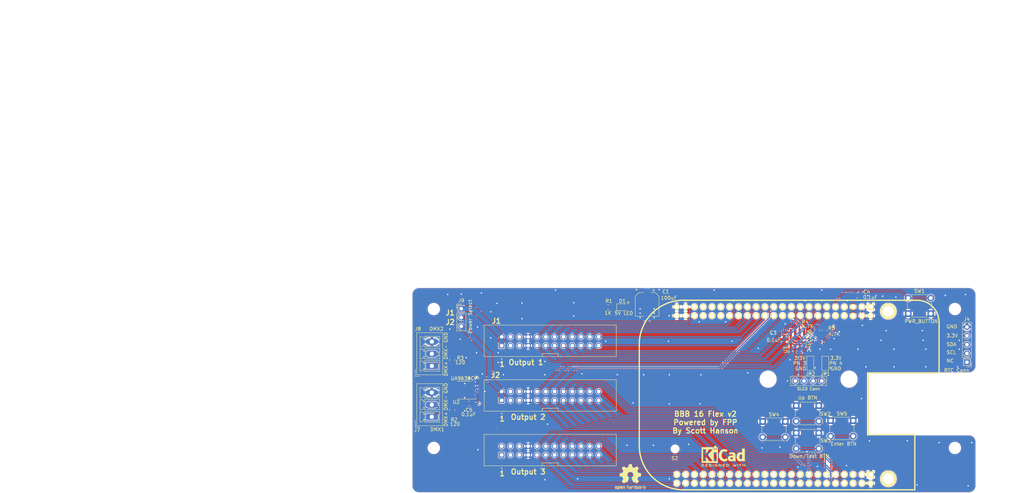
<source format=kicad_pcb>
(kicad_pcb (version 20171130) (host pcbnew "(5.1.10)-1")
  (title_block (title "BBB16 Flex") (date 2021-05-12) (rev v2) (company "Scott Hanson"))
  (layers (0 F.Cu signal) (31 B.Cu signal) (34 B.Paste user) (35 F.Paste user) (36 B.SilkS user) (37 F.SilkS user) (38 B.Mask user) (39 F.Mask user) (44 Edge.Cuts user))
  (net 0 "")
  (net 1 GND)
  (net 2 +5V)
  (net 3 /OLED_Pin_4)
  (net 4 /OLED_Pin_3)
  (net 5 I2C_SCL)
  (net 6 I2C_SDA)
  (net 7 +3V3)
  (net 8 "Net-(J4-Pad1)")
  (net 9 OUT16)
  (net 10 OUT15)
  (net 11 OUT14)
  (net 12 OUT13)
  (net 13 OUT12)
  (net 14 OUT11)
  (net 15 OUT10)
  (net 16 OUT9)
  (net 17 OUT8)
  (net 18 OUT7)
  (net 19 OUT6)
  (net 20 OUT5)
  (net 21 OUT4)
  (net 22 OUT3)
  (net 23 OUT2)
  (net 24 OUT1)
  (net 25 /Serial/DMX1-)
  (net 26 /Serial/DMX1+)
  (net 27 /Serial/DMX2+)
  (net 28 /Serial/DMX2-)
  (net 29 TXD1)
  (net 30 TXD2)
  (net 31 OUT32)
  (net 32 OUT31)
  (net 33 OUT30)
  (net 34 OUT29)
  (net 35 OUT28)
  (net 36 OUT27)
  (net 37 OUT26)
  (net 38 OUT25)
  (net 39 OUT24)
  (net 40 OUT23)
  (net 41 OUT22)
  (net 42 OUT21)
  (net 43 OUT20)
  (net 44 OUT19)
  (net 45 OUT18)
  (net 46 OUT17)
  (net 47 /PWR1)
  (net 48 /PWR2)
  (net 49 "Net-(D1-Pad1)")
  (net 50 OUT48)
  (net 51 OUT47)
  (net 52 OUT46)
  (net 53 OUT45)
  (net 54 OUT44)
  (net 55 OUT43)
  (net 56 OUT42)
  (net 57 OUT41)
  (net 58 OUT40)
  (net 59 OUT39)
  (net 60 OUT38)
  (net 61 OUT37)
  (net 62 OUT36)
  (net 63 OUT35)
  (net 64 OUT34)
  (net 65 OUT33)
  (net 66 "Net-(J1-Pad6)")
  (net 67 "Net-(J1-Pad5)")
  (net 68 "Net-(J1-Pad4)")
  (net 69 "Net-(J1-Pad3)")
  (net 70 PWR_BUT)
  (net 71 "Net-(U1-PadB26)")
  (net 72 "Net-(U1-PadB25)")
  (net 73 "Net-(U1-PadB24)")
  (net 74 "Net-(U1-PadB23)")
  (net 75 "Net-(U1-PadB22)")
  (net 76 "Net-(U1-PadB21)")
  (net 77 "Net-(U1-PadB20)")
  (net 78 "Net-(U1-PadB6)")
  (net 79 "Net-(U1-PadB5)")
  (net 80 "Net-(U1-PadB4)")
  (net 81 "Net-(U1-PadB3)")
  (net 82 "Net-(U1-PadC40)")
  (net 83 "Net-(U1-PadC39)")
  (net 84 "Net-(U1-PadC38)")
  (net 85 "Net-(U1-PadC37)")
  (net 86 "Net-(U1-PadC36)")
  (net 87 "Net-(U1-PadC35)")
  (net 88 "Net-(U1-PadC34)")
  (net 89 "Net-(U1-PadC33)")
  (net 90 "Net-(U1-PadC32)")
  (net 91 "Net-(U1-PadC10)")
  (net 92 "Net-(U1-PadC8)")
  (net 93 "Net-(U1-PadC7)")
  (net 94 "Net-(J2-Pad6)")
  (net 95 "Net-(J2-Pad5)")
  (net 96 "Net-(J2-Pad4)")
  (net 97 "Net-(J2-Pad3)")
  (net 98 "Net-(J3-Pad6)")
  (net 99 "Net-(J3-Pad5)")
  (net 100 "Net-(J3-Pad4)")
  (net 101 "Net-(J3-Pad3)")
  (net 102 "Net-(J3-Pad2)")
  (net 103 "Net-(J3-Pad1)")
  (net 104 UPBTN)
  (net 105 DOWNBTN)
  (net 106 LEFTBTN)
  (net 107 RIGHTBTN)
  (module Jumper:SolderJumper-3_P1.3mm_Open_Pad1.0x1.5mm (layer F.Cu) (at 201.168 92.964 90)
    (fp_text reference JP2 (at -3.048 0) (layer F.SilkS))
    (fp_text value SolderJumper_3_Open)
    (pad 1 smd rect (at -1.397 0 90) (size 1 1.5) (layers F.Cu F.Mask) (net 1 GND))
    (pad 2 smd rect (at 0 0 90) (size 1 1.5) (layers F.Cu F.Mask) (net 4 /OLED_Pin_3))
    (pad 3 smd rect (at 1.397 0 90) (size 1 1.5) (layers F.Cu F.Mask) (net 7 +3V3))
  )
  (module Jumper:SolderJumper-3_P1.3mm_Open_Pad1.0x1.5mm (layer F.Cu) (at 205.486 92.964 90)
    (fp_text reference JP1 (at -3.048 0) (layer F.SilkS))
    (fp_text value SolderJumper_3_Open)
    (pad 1 smd rect (at -1.397 0 90) (size 1 1.5) (layers F.Cu F.Mask) (net 1 GND))
    (pad 2 smd rect (at 0 0 90) (size 1 1.5) (layers F.Cu F.Mask) (net 3 /OLED_Pin_4))
    (pad 3 smd rect (at 1.397 0 90) (size 1 1.5) (layers F.Cu F.Mask) (net 7 +3V3))
  )
  (module MountingHole:MountingHole_2.2mm_M2_ISO7380 (layer F.Cu) (at 162.216 117.634)
    (fp_text reference S2 (at -0.1 2.7) (layer F.SilkS))
    (fp_text value MountingHole_2.2mm_M2_ISO7380)
    (pad 1 np_thru_hole circle (at 0 0) (size 2.2 2.2) (drill 2.2) (layers *.Cu *.Mask))
  )
  (module "" (layer F.Cu) (at -32.004 -11.43)
    (fp_text reference "" (at 200.66 98.044) (layer F.SilkS) (effects (font (size 1.27 1.27))))
    (fp_text value "" (at 200.66 98.044) (layer F.SilkS) (effects (font (size 1.27 1.27))))
  )
  (module OLED-SSD1306-128X64-I2C:OLED-SSD1306-128X64-I2C-THT (layer F.Cu) (at 200.66 98.044 180)
    (fp_text reference J5 hide)
    (fp_text value "OLED Conn" (at 0 -2.286 180) (layer F.SilkS) (effects (font (size 0.8 0.8))))
    (pad 1 thru_hole circle (at 3.8 0 180) (size 1.7 1.7) (drill 1) (layers *.Cu *.Mask) (net 6 I2C_SDA))
    (pad 2 thru_hole circle (at 1.3 0 180) (size 1.7 1.7) (drill 1) (layers *.Cu *.Mask) (net 5 I2C_SCL))
    (pad 3 thru_hole circle (at -1.3 0 180) (size 1.7 1.7) (drill 1) (layers *.Cu *.Mask) (net 4 /OLED_Pin_3))
    (pad 4 thru_hole circle (at -3.8 0 180) (size 1.7 1.7) (drill 1) (layers *.Cu *.Mask) (net 3 /OLED_Pin_4))
    (pad "" np_thru_hole circle (at 11.65 0.5 180) (size 2.2 2.2) (drill 2.2) (layers *.Cu *.Mask) (clearance 1.4))
    (pad "" np_thru_hole circle (at -11.65 0.5 180) (size 2.2 2.2) (drill 2.2) (layers *.Cu *.Mask) (clearance 1.4))
  )
  (module Button_Switch_THT:SW_PUSH_6mm (layer F.Cu) (at 207.01 109.474)
    (fp_text reference SW5 (at 3.25 -2) (layer F.SilkS))
    (fp_text value "Enter BTN" (at 3.75 6.7) (layer F.SilkS))
    (pad 1 thru_hole circle (at 6.5 0 90) (size 2 2) (drill 1.1) (layers *.Cu *.Mask) (net 1 GND))
    (pad 2 thru_hole circle (at 6.5 4.5 90) (size 2 2) (drill 1.1) (layers *.Cu *.Mask) (net 107 RIGHTBTN))
    (pad 1 thru_hole circle (at 0 0 90) (size 2 2) (drill 1.1) (layers *.Cu *.Mask) (net 1 GND))
    (pad 2 thru_hole circle (at 0 4.5 90) (size 2 2) (drill 1.1) (layers *.Cu *.Mask) (net 107 RIGHTBTN))
  )
  (module Button_Switch_THT:SW_PUSH_6mm (layer F.Cu) (at 187.452 109.728)
    (fp_text reference SW4 (at 3.25 -2) (layer F.SilkS))
    (fp_text value "Back BTN")
    (pad 1 thru_hole circle (at 6.5 0 90) (size 2 2) (drill 1.1) (layers *.Cu *.Mask) (net 1 GND))
    (pad 2 thru_hole circle (at 6.5 4.5 90) (size 2 2) (drill 1.1) (layers *.Cu *.Mask) (net 106 LEFTBTN))
    (pad 1 thru_hole circle (at 0 0 90) (size 2 2) (drill 1.1) (layers *.Cu *.Mask) (net 1 GND))
    (pad 2 thru_hole circle (at 0 4.5 90) (size 2 2) (drill 1.1) (layers *.Cu *.Mask) (net 106 LEFTBTN))
  )
  (module beagleboneblack:BEAGLEBONEBLACK (layer F.Cu) (at 195.072 102.108)
    (fp_text reference U1 hide)
    (fp_text value BEAGLEBONEBLACK hide)
    (pad B46 thru_hole circle (at -32.385 25.4) (size 1.8 1.8) (drill 1.1) (layers *.Cu *.Mask F.SilkS) (net 63 OUT35))
    (pad B45 thru_hole circle (at -32.385 22.86) (size 1.8 1.8) (drill 1.1) (layers *.Cu *.Mask F.SilkS) (net 61 OUT37))
    (pad B44 thru_hole circle (at -29.845 25.4) (size 1.8 1.8) (drill 1.1) (layers *.Cu *.Mask F.SilkS) (net 65 OUT33))
    (pad B43 thru_hole circle (at -29.845 22.86) (size 1.8 1.8) (drill 1.1) (layers *.Cu *.Mask F.SilkS) (net 59 OUT39))
    (pad B42 thru_hole circle (at -27.305 25.4) (size 1.8 1.8) (drill 1.1) (layers *.Cu *.Mask F.SilkS) (net 57 OUT41))
    (pad B41 thru_hole circle (at -27.305 22.86) (size 1.8 1.8) (drill 1.1) (layers *.Cu *.Mask F.SilkS) (net 55 OUT43))
    (pad B40 thru_hole circle (at -24.765 25.4) (size 1.8 1.8) (drill 1.1) (layers *.Cu *.Mask F.SilkS) (net 53 OUT45))
    (pad B39 thru_hole circle (at -24.765 22.86) (size 1.8 1.8) (drill 1.1) (layers *.Cu *.Mask F.SilkS) (net 51 OUT47))
    (pad B38 thru_hole circle (at -22.225 25.4) (size 1.8 1.8) (drill 1.1) (layers *.Cu *.Mask F.SilkS) (net 50 OUT48))
    (pad B37 thru_hole circle (at -22.225 22.86) (size 1.8 1.8) (drill 1.1) (layers *.Cu *.Mask F.SilkS) (net 52 OUT46))
    (pad B36 thru_hole circle (at -19.685 25.4) (size 1.8 1.8) (drill 1.1) (layers *.Cu *.Mask F.SilkS) (net 54 OUT44))
    (pad B35 thru_hole circle (at -19.685 22.86) (size 1.8 1.8) (drill 1.1) (layers *.Cu *.Mask F.SilkS) (net 56 OUT42))
    (pad B34 thru_hole circle (at -17.145 25.4) (size 1.8 1.8) (drill 1.1) (layers *.Cu *.Mask F.SilkS) (net 58 OUT40))
    (pad B33 thru_hole circle (at -17.145 22.86) (size 1.8 1.8) (drill 1.1) (layers *.Cu *.Mask F.SilkS) (net 60 OUT38))
    (pad B32 thru_hole circle (at -14.605 25.4) (size 1.8 1.8) (drill 1.1) (layers *.Cu *.Mask F.SilkS) (net 62 OUT36))
    (pad B31 thru_hole circle (at -14.605 22.86) (size 1.8 1.8) (drill 1.1) (layers *.Cu *.Mask F.SilkS) (net 64 OUT34))
    (pad B30 thru_hole circle (at -12.065 25.4) (size 1.8 1.8) (drill 1.1) (layers *.Cu *.Mask F.SilkS) (net 46 OUT17))
    (pad B29 thru_hole circle (at -12.065 22.86) (size 1.8 1.8) (drill 1.1) (layers *.Cu *.Mask F.SilkS) (net 44 OUT19))
    (pad B28 thru_hole circle (at -9.525 25.4) (size 1.8 1.8) (drill 1.1) (layers *.Cu *.Mask F.SilkS) (net 42 OUT21))
    (pad B27 thru_hole circle (at -9.525 22.86) (size 1.8 1.8) (drill 1.1) (layers *.Cu *.Mask F.SilkS) (net 40 OUT23))
    (pad B26 thru_hole circle (at -6.985 25.4) (size 1.8 1.8) (drill 1.1) (layers *.Cu *.Mask F.SilkS) (net 71 "Net-(U1-PadB26)"))
    (pad B25 thru_hole circle (at -6.985 22.86) (size 1.8 1.8) (drill 1.1) (layers *.Cu *.Mask F.SilkS) (net 72 "Net-(U1-PadB25)"))
    (pad B24 thru_hole circle (at -4.445 25.4) (size 1.8 1.8) (drill 1.1) (layers *.Cu *.Mask F.SilkS) (net 73 "Net-(U1-PadB24)"))
    (pad B23 thru_hole circle (at -4.445 22.86) (size 1.8 1.8) (drill 1.1) (layers *.Cu *.Mask F.SilkS) (net 74 "Net-(U1-PadB23)"))
    (pad B22 thru_hole circle (at -1.905 25.4) (size 1.8 1.8) (drill 1.1) (layers *.Cu *.Mask F.SilkS) (net 75 "Net-(U1-PadB22)"))
    (pad B21 thru_hole circle (at -1.905 22.86) (size 1.8 1.8) (drill 1.1) (layers *.Cu *.Mask F.SilkS) (net 76 "Net-(U1-PadB21)"))
    (pad B20 thru_hole circle (at 0.635 25.4) (size 1.8 1.8) (drill 1.1) (layers *.Cu *.Mask F.SilkS) (net 77 "Net-(U1-PadB20)"))
    (pad B19 thru_hole circle (at 0.635 22.86) (size 1.8 1.8) (drill 1.1) (layers *.Cu *.Mask F.SilkS) (net 38 OUT25))
    (pad B18 thru_hole circle (at 3.175 25.4) (size 1.8 1.8) (drill 1.1) (layers *.Cu *.Mask F.SilkS) (net 36 OUT27))
    (pad B17 thru_hole circle (at 3.175 22.86) (size 1.8 1.8) (drill 1.1) (layers *.Cu *.Mask F.SilkS) (net 34 OUT29))
    (pad B16 thru_hole circle (at 5.715 25.4) (size 1.8 1.8) (drill 1.1) (layers *.Cu *.Mask F.SilkS) (net 106 LEFTBTN))
    (pad B15 thru_hole circle (at 5.715 22.86) (size 1.8 1.8) (drill 1.1) (layers *.Cu *.Mask F.SilkS) (net 105 DOWNBTN))
    (pad B14 thru_hole circle (at 8.255 25.4) (size 1.8 1.8) (drill 1.1) (layers *.Cu *.Mask F.SilkS) (net 32 OUT31))
    (pad B13 thru_hole circle (at 8.255 22.86) (size 1.8 1.8) (drill 1.1) (layers *.Cu *.Mask F.SilkS) (net 31 OUT32))
    (pad B12 thru_hole circle (at 10.795 25.4) (size 1.8 1.8) (drill 1.1) (layers *.Cu *.Mask F.SilkS) (net 107 RIGHTBTN))
    (pad B11 thru_hole circle (at 10.795 22.86) (size 1.8 1.8) (drill 1.1) (layers *.Cu *.Mask F.SilkS) (net 104 UPBTN))
    (pad B10 thru_hole circle (at 13.335 25.4) (size 1.8 1.8) (drill 1.1) (layers *.Cu *.Mask F.SilkS) (net 33 OUT30))
    (pad B9 thru_hole circle (at 13.335 22.86) (size 1.8 1.8) (drill 1.1) (layers *.Cu *.Mask F.SilkS) (net 35 OUT28))
    (pad B8 thru_hole circle (at 15.875 25.4) (size 1.8 1.8) (drill 1.1) (layers *.Cu *.Mask F.SilkS) (net 37 OUT26))
    (pad B7 thru_hole circle (at 15.875 22.86) (size 1.8 1.8) (drill 1.1) (layers *.Cu *.Mask F.SilkS) (net 39 OUT24))
    (pad B6 thru_hole circle (at 18.415 25.4) (size 1.8 1.8) (drill 1.1) (layers *.Cu *.Mask F.SilkS) (net 78 "Net-(U1-PadB6)"))
    (pad B5 thru_hole circle (at 18.415 22.86) (size 1.8 1.8) (drill 1.1) (layers *.Cu *.Mask F.SilkS) (net 79 "Net-(U1-PadB5)"))
    (pad B4 thru_hole circle (at 20.955 25.4) (size 1.8 1.8) (drill 1.1) (layers *.Cu *.Mask F.SilkS) (net 80 "Net-(U1-PadB4)"))
    (pad B3 thru_hole circle (at 20.955 22.86) (size 1.8 1.8) (drill 1.1) (layers *.Cu *.Mask F.SilkS) (net 81 "Net-(U1-PadB3)"))
    (pad B2 thru_hole circle (at 23.495 25.4) (size 1.8 1.8) (drill 1.1) (layers *.Cu *.Mask F.SilkS) (net 1 GND))
    (pad B1 thru_hole rect (at 23.495 22.86) (size 1.8 1.8) (drill 1.1) (layers *.Cu *.Mask F.SilkS) (net 1 GND))
    (pad C46 thru_hole circle (at -32.385 -22.86) (size 1.8 1.8) (drill 1.1) (layers *.Cu *.Mask F.SilkS) (net 1 GND))
    (pad C45 thru_hole circle (at -32.385 -25.4) (size 1.8 1.8) (drill 1.1) (layers *.Cu *.Mask F.SilkS) (net 1 GND))
    (pad C44 thru_hole circle (at -29.845 -22.86) (size 1.8 1.8) (drill 1.1) (layers *.Cu *.Mask F.SilkS) (net 1 GND))
    (pad C43 thru_hole circle (at -29.845 -25.4) (size 1.8 1.8) (drill 1.1) (layers *.Cu *.Mask F.SilkS) (net 1 GND))
    (pad C42 thru_hole circle (at -27.305 -22.86) (size 1.8 1.8) (drill 1.1) (layers *.Cu *.Mask F.SilkS) (net 21 OUT4))
    (pad C41 thru_hole circle (at -27.305 -25.4) (size 1.8 1.8) (drill 1.1) (layers *.Cu *.Mask F.SilkS) (net 23 OUT2))
    (pad C40 thru_hole circle (at -24.765 -22.86) (size 1.8 1.8) (drill 1.1) (layers *.Cu *.Mask F.SilkS) (net 82 "Net-(U1-PadC40)"))
    (pad C39 thru_hole circle (at -24.765 -25.4) (size 1.8 1.8) (drill 1.1) (layers *.Cu *.Mask F.SilkS) (net 83 "Net-(U1-PadC39)"))
    (pad C38 thru_hole circle (at -22.225 -22.86) (size 1.8 1.8) (drill 1.1) (layers *.Cu *.Mask F.SilkS) (net 84 "Net-(U1-PadC38)"))
    (pad C37 thru_hole circle (at -22.225 -25.4) (size 1.8 1.8) (drill 1.1) (layers *.Cu *.Mask F.SilkS) (net 85 "Net-(U1-PadC37)"))
    (pad C36 thru_hole circle (at -19.685 -22.86) (size 1.8 1.8) (drill 1.1) (layers *.Cu *.Mask F.SilkS) (net 86 "Net-(U1-PadC36)"))
    (pad C35 thru_hole circle (at -19.685 -25.4) (size 1.8 1.8) (drill 1.1) (layers *.Cu *.Mask F.SilkS) (net 87 "Net-(U1-PadC35)"))
    (pad C34 thru_hole circle (at -17.145 -22.86) (size 1.8 1.8) (drill 1.1) (layers *.Cu *.Mask F.SilkS) (net 88 "Net-(U1-PadC34)"))
    (pad C33 thru_hole circle (at -17.145 -25.4) (size 1.8 1.8) (drill 1.1) (layers *.Cu *.Mask F.SilkS) (net 89 "Net-(U1-PadC33)"))
    (pad C32 thru_hole circle (at -14.605 -22.86) (size 1.8 1.8) (drill 1.1) (layers *.Cu *.Mask F.SilkS) (net 90 "Net-(U1-PadC32)"))
    (pad C31 thru_hole circle (at -14.605 -25.4) (size 1.8 1.8) (drill 1.1) (layers *.Cu *.Mask F.SilkS) (net 19 OUT6))
    (pad C30 thru_hole circle (at -12.065 -22.86) (size 1.8 1.8) (drill 1.1) (layers *.Cu *.Mask F.SilkS) (net 15 OUT10))
    (pad C29 thru_hole circle (at -12.065 -25.4) (size 1.8 1.8) (drill 1.1) (layers *.Cu *.Mask F.SilkS) (net 17 OUT8))
    (pad C28 thru_hole circle (at -9.525 -22.86) (size 1.8 1.8) (drill 1.1) (layers *.Cu *.Mask F.SilkS) (net 11 OUT14))
    (pad C27 thru_hole circle (at -9.525 -25.4) (size 1.8 1.8) (drill 1.1) (layers *.Cu *.Mask F.SilkS) (net 13 OUT12))
    (pad C26 thru_hole circle (at -6.985 -22.86) (size 1.8 1.8) (drill 1.1) (layers *.Cu *.Mask F.SilkS) (net 10 OUT15))
    (pad C25 thru_hole circle (at -6.985 -25.4) (size 1.8 1.8) (drill 1.1) (layers *.Cu *.Mask F.SilkS) (net 9 OUT16))
    (pad C24 thru_hole circle (at -4.445 -22.86) (size 1.8 1.8) (drill 1.1) (layers *.Cu *.Mask F.SilkS) (net 29 TXD1))
    (pad C23 thru_hole circle (at -4.445 -25.4) (size 1.8 1.8) (drill 1.1) (layers *.Cu *.Mask F.SilkS) (net 12 OUT13))
    (pad C22 thru_hole circle (at -1.905 -22.86) (size 1.8 1.8) (drill 1.1) (layers *.Cu *.Mask F.SilkS) (net 14 OUT11))
    (pad C21 thru_hole circle (at -1.905 -25.4) (size 1.8 1.8) (drill 1.1) (layers *.Cu *.Mask F.SilkS) (net 30 TXD2))
    (pad C20 thru_hole circle (at 0.635 -22.86) (size 1.8 1.8) (drill 1.1) (layers *.Cu *.Mask F.SilkS) (net 6 I2C_SDA))
    (pad C19 thru_hole circle (at 0.635 -25.4) (size 1.8 1.8) (drill 1.1) (layers *.Cu *.Mask F.SilkS) (net 5 I2C_SCL))
    (pad C18 thru_hole circle (at 3.175 -22.86) (size 1.8 1.8) (drill 1.1) (layers *.Cu *.Mask F.SilkS) (net 18 OUT7))
    (pad C17 thru_hole circle (at 3.175 -25.4) (size 1.8 1.8) (drill 1.1) (layers *.Cu *.Mask F.SilkS) (net 16 OUT9))
    (pad C16 thru_hole circle (at 5.715 -22.86) (size 1.8 1.8) (drill 1.1) (layers *.Cu *.Mask F.SilkS) (net 22 OUT3))
    (pad C15 thru_hole circle (at 5.715 -25.4) (size 1.8 1.8) (drill 1.1) (layers *.Cu *.Mask F.SilkS) (net 20 OUT5))
    (pad C14 thru_hole circle (at 8.255 -22.86) (size 1.8 1.8) (drill 1.1) (layers *.Cu *.Mask F.SilkS) (net 45 OUT18))
    (pad C13 thru_hole circle (at 8.255 -25.4) (size 1.8 1.8) (drill 1.1) (layers *.Cu *.Mask F.SilkS) (net 24 OUT1))
    (pad C12 thru_hole circle (at 10.795 -22.86) (size 1.8 1.8) (drill 1.1) (layers *.Cu *.Mask F.SilkS) (net 41 OUT22))
    (pad C11 thru_hole circle (at 10.795 -25.4) (size 1.8 1.8) (drill 1.1) (layers *.Cu *.Mask F.SilkS) (net 43 OUT20))
    (pad C10 thru_hole circle (at 13.335 -22.86) (size 1.8 1.8) (drill 1.1) (layers *.Cu *.Mask F.SilkS) (net 91 "Net-(U1-PadC10)"))
    (pad C9 thru_hole circle (at 13.335 -25.4) (size 1.8 1.8) (drill 1.1) (layers *.Cu *.Mask F.SilkS) (net 70 PWR_BUT))
    (pad C8 thru_hole circle (at 15.875 -22.86) (size 1.8 1.8) (drill 1.1) (layers *.Cu *.Mask F.SilkS) (net 92 "Net-(U1-PadC8)"))
    (pad C7 thru_hole circle (at 15.875 -25.4) (size 1.8 1.8) (drill 1.1) (layers *.Cu *.Mask F.SilkS) (net 93 "Net-(U1-PadC7)"))
    (pad C6 thru_hole circle (at 18.415 -22.86) (size 1.8 1.8) (drill 1.1) (layers *.Cu *.Mask F.SilkS) (net 2 +5V))
    (pad C5 thru_hole circle (at 18.415 -25.4) (size 1.8 1.8) (drill 1.1) (layers *.Cu *.Mask F.SilkS) (net 2 +5V))
    (pad C4 thru_hole circle (at 20.955 -22.86) (size 1.8 1.8) (drill 1.1) (layers *.Cu *.Mask F.SilkS) (net 7 +3V3))
    (pad C3 thru_hole circle (at 20.955 -25.4) (size 1.8 1.8) (drill 1.1) (layers *.Cu *.Mask F.SilkS) (net 7 +3V3))
    (pad C2 thru_hole circle (at 23.495 -22.86) (size 1.8 1.8) (drill 1.1) (layers *.Cu *.Mask F.SilkS) (net 1 GND))
    (pad C1 thru_hole rect (at 23.495 -25.4) (size 1.8 1.8) (drill 1.1) (layers *.Cu *.Mask F.SilkS) (net 1 GND))
    (pad M3 thru_hole circle (at 28.575 24.13) (size 4.572 4.572) (drill 3.175) (layers *.Cu *.Mask F.SilkS))
    (pad M2 thru_hole circle (at 28.575 -24.13) (size 4.572 4.572) (drill 3.175) (layers *.Cu *.Mask F.SilkS))
  )
  (module 302-S241:OST_302-S241 (layer F.Cu) (at 126.238 86.614)
    (fp_text reference J1 (at -15.494 -5.842) (layer F.SilkS) (effects (font (size 1.5 1.5) (thickness 0.3))))
    (fp_text value "Output 1" (at -6.985 6.096) (layer F.SilkS) (effects (font (size 1.5 1.5) (thickness 0.3))))
    (pad 24 thru_hole circle (at 13.97 -1.27) (size 1.53 1.53) (drill 1.02) (layers *.Cu *.Mask) (net 9 OUT16))
    (pad 23 thru_hole circle (at 13.97 1.27) (size 1.53 1.53) (drill 1.02) (layers *.Cu *.Mask) (net 10 OUT15))
    (pad 22 thru_hole circle (at 11.43 -1.27) (size 1.53 1.53) (drill 1.02) (layers *.Cu *.Mask) (net 11 OUT14))
    (pad 21 thru_hole circle (at 11.43 1.27) (size 1.53 1.53) (drill 1.02) (layers *.Cu *.Mask) (net 12 OUT13))
    (pad 20 thru_hole circle (at 8.89 -1.27) (size 1.53 1.53) (drill 1.02) (layers *.Cu *.Mask) (net 13 OUT12))
    (pad 19 thru_hole circle (at 8.89 1.27) (size 1.53 1.53) (drill 1.02) (layers *.Cu *.Mask) (net 14 OUT11))
    (pad 18 thru_hole circle (at 6.35 -1.27) (size 1.53 1.53) (drill 1.02) (layers *.Cu *.Mask) (net 15 OUT10))
    (pad 17 thru_hole circle (at 6.35 1.27) (size 1.53 1.53) (drill 1.02) (layers *.Cu *.Mask) (net 16 OUT9))
    (pad 16 thru_hole circle (at 3.81 -1.27) (size 1.53 1.53) (drill 1.02) (layers *.Cu *.Mask) (net 17 OUT8))
    (pad 15 thru_hole circle (at 3.81 1.27) (size 1.53 1.53) (drill 1.02) (layers *.Cu *.Mask) (net 18 OUT7))
    (pad 14 thru_hole circle (at 1.27 -1.27) (size 1.53 1.53) (drill 1.02) (layers *.Cu *.Mask) (net 19 OUT6))
    (pad 13 thru_hole circle (at 1.27 1.27) (size 1.53 1.53) (drill 1.02) (layers *.Cu *.Mask) (net 20 OUT5))
    (pad 12 thru_hole circle (at -1.27 -1.27) (size 1.53 1.53) (drill 1.02) (layers *.Cu *.Mask) (net 21 OUT4))
    (pad 11 thru_hole circle (at -1.27 1.27) (size 1.53 1.53) (drill 1.02) (layers *.Cu *.Mask) (net 22 OUT3))
    (pad 10 thru_hole circle (at -3.81 -1.27) (size 1.53 1.53) (drill 1.02) (layers *.Cu *.Mask) (net 23 OUT2))
    (pad 9 thru_hole circle (at -3.81 1.27) (size 1.53 1.53) (drill 1.02) (layers *.Cu *.Mask) (net 24 OUT1))
    (pad 8 thru_hole circle (at -6.35 -1.27) (size 1.53 1.53) (drill 1.02) (layers *.Cu *.Mask) (net 1 GND))
    (pad 7 thru_hole circle (at -6.35 1.27) (size 1.53 1.53) (drill 1.02) (layers *.Cu *.Mask) (net 1 GND))
    (pad 6 thru_hole circle (at -8.89 -1.27) (size 1.53 1.53) (drill 1.02) (layers *.Cu *.Mask) (net 66 "Net-(J1-Pad6)"))
    (pad 5 thru_hole circle (at -8.89 1.27) (size 1.53 1.53) (drill 1.02) (layers *.Cu *.Mask) (net 67 "Net-(J1-Pad5)"))
    (pad 4 thru_hole circle (at -11.43 -1.27) (size 1.53 1.53) (drill 1.02) (layers *.Cu *.Mask) (net 68 "Net-(J1-Pad4)"))
    (pad 3 thru_hole circle (at -11.43 1.27) (size 1.53 1.53) (drill 1.02) (layers *.Cu *.Mask) (net 69 "Net-(J1-Pad3)"))
    (pad 2 thru_hole circle (at -13.97 -1.27) (size 1.53 1.53) (drill 1.02) (layers *.Cu *.Mask) (net 47 /PWR1))
    (pad 1 thru_hole rect (at -13.97 1.27) (size 1.53 1.53) (drill 1.02) (layers *.Cu *.Mask) (net 47 /PWR1))
  )
  (module 302-S241:OST_302-S241 (layer F.Cu) (at 126.238 102.362)
    (fp_text reference J2 (at -15.748 -5.969) (layer F.SilkS) (effects (font (size 1.5 1.5) (thickness 0.3))))
    (fp_text value "Output 2" (at -6.35 6.096) (layer F.SilkS) (effects (font (size 1.5 1.5) (thickness 0.3))))
    (pad 24 thru_hole circle (at 13.97 -1.27) (size 1.53 1.53) (drill 1.02) (layers *.Cu *.Mask) (net 31 OUT32))
    (pad 23 thru_hole circle (at 13.97 1.27) (size 1.53 1.53) (drill 1.02) (layers *.Cu *.Mask) (net 32 OUT31))
    (pad 22 thru_hole circle (at 11.43 -1.27) (size 1.53 1.53) (drill 1.02) (layers *.Cu *.Mask) (net 33 OUT30))
    (pad 21 thru_hole circle (at 11.43 1.27) (size 1.53 1.53) (drill 1.02) (layers *.Cu *.Mask) (net 34 OUT29))
    (pad 20 thru_hole circle (at 8.89 -1.27) (size 1.53 1.53) (drill 1.02) (layers *.Cu *.Mask) (net 35 OUT28))
    (pad 19 thru_hole circle (at 8.89 1.27) (size 1.53 1.53) (drill 1.02) (layers *.Cu *.Mask) (net 36 OUT27))
    (pad 18 thru_hole circle (at 6.35 -1.27) (size 1.53 1.53) (drill 1.02) (layers *.Cu *.Mask) (net 37 OUT26))
    (pad 17 thru_hole circle (at 6.35 1.27) (size 1.53 1.53) (drill 1.02) (layers *.Cu *.Mask) (net 38 OUT25))
    (pad 16 thru_hole circle (at 3.81 -1.27) (size 1.53 1.53) (drill 1.02) (layers *.Cu *.Mask) (net 39 OUT24))
    (pad 15 thru_hole circle (at 3.81 1.27) (size 1.53 1.53) (drill 1.02) (layers *.Cu *.Mask) (net 40 OUT23))
    (pad 14 thru_hole circle (at 1.27 -1.27) (size 1.53 1.53) (drill 1.02) (layers *.Cu *.Mask) (net 41 OUT22))
    (pad 13 thru_hole circle (at 1.27 1.27) (size 1.53 1.53) (drill 1.02) (layers *.Cu *.Mask) (net 42 OUT21))
    (pad 12 thru_hole circle (at -1.27 -1.27) (size 1.53 1.53) (drill 1.02) (layers *.Cu *.Mask) (net 43 OUT20))
    (pad 11 thru_hole circle (at -1.27 1.27) (size 1.53 1.53) (drill 1.02) (layers *.Cu *.Mask) (net 44 OUT19))
    (pad 10 thru_hole circle (at -3.81 -1.27) (size 1.53 1.53) (drill 1.02) (layers *.Cu *.Mask) (net 45 OUT18))
    (pad 9 thru_hole circle (at -3.81 1.27) (size 1.53 1.53) (drill 1.02) (layers *.Cu *.Mask) (net 46 OUT17))
    (pad 8 thru_hole circle (at -6.35 -1.27) (size 1.53 1.53) (drill 1.02) (layers *.Cu *.Mask) (net 1 GND))
    (pad 7 thru_hole circle (at -6.35 1.27) (size 1.53 1.53) (drill 1.02) (layers *.Cu *.Mask) (net 1 GND))
    (pad 6 thru_hole circle (at -8.89 -1.27) (size 1.53 1.53) (drill 1.02) (layers *.Cu *.Mask) (net 94 "Net-(J2-Pad6)"))
    (pad 5 thru_hole circle (at -8.89 1.27) (size 1.53 1.53) (drill 1.02) (layers *.Cu *.Mask) (net 95 "Net-(J2-Pad5)"))
    (pad 4 thru_hole circle (at -11.43 -1.27) (size 1.53 1.53) (drill 1.02) (layers *.Cu *.Mask) (net 96 "Net-(J2-Pad4)"))
    (pad 3 thru_hole circle (at -11.43 1.27) (size 1.53 1.53) (drill 1.02) (layers *.Cu *.Mask) (net 97 "Net-(J2-Pad3)"))
    (pad 2 thru_hole circle (at -13.97 -1.27) (size 1.53 1.53) (drill 1.02) (layers *.Cu *.Mask) (net 48 /PWR2))
    (pad 1 thru_hole rect (at -13.97 1.27) (size 1.53 1.53) (drill 1.02) (layers *.Cu *.Mask) (net 48 /PWR2))
  )
  (module Button_Switch_THT:SW_PUSH_6mm (layer F.Cu) (at 229.362 74.168)
    (fp_text reference SW1 (at 3.25 -2) (layer F.SilkS))
    (fp_text value PWR_BUTTON (at 3.75 6.7) (layer F.SilkS))
    (pad 1 thru_hole circle (at 6.5 0 90) (size 2 2) (drill 1.1) (layers *.Cu *.Mask) (net 70 PWR_BUT))
    (pad 2 thru_hole circle (at 6.5 4.5 90) (size 2 2) (drill 1.1) (layers *.Cu *.Mask) (net 1 GND))
    (pad 1 thru_hole circle (at 0 0 90) (size 2 2) (drill 1.1) (layers *.Cu *.Mask) (net 70 PWR_BUT))
    (pad 2 thru_hole circle (at 0 4.5 90) (size 2 2) (drill 1.1) (layers *.Cu *.Mask) (net 1 GND))
  )
  (module 302-S241:OST_302-S241 (layer F.Cu) (at 126.238 118.11)
    (fp_text reference J3 (at -15.875 -6.35) (layer F.SilkS) (effects (font (thickness 0.015))))
    (fp_text value "Output 3" (at -6.35 6.096) (layer F.SilkS) (effects (font (size 1.5 1.5) (thickness 0.3))))
    (pad 24 thru_hole circle (at 13.97 -1.27) (size 1.53 1.53) (drill 1.02) (layers *.Cu *.Mask) (net 50 OUT48))
    (pad 23 thru_hole circle (at 13.97 1.27) (size 1.53 1.53) (drill 1.02) (layers *.Cu *.Mask) (net 51 OUT47))
    (pad 22 thru_hole circle (at 11.43 -1.27) (size 1.53 1.53) (drill 1.02) (layers *.Cu *.Mask) (net 52 OUT46))
    (pad 21 thru_hole circle (at 11.43 1.27) (size 1.53 1.53) (drill 1.02) (layers *.Cu *.Mask) (net 53 OUT45))
    (pad 20 thru_hole circle (at 8.89 -1.27) (size 1.53 1.53) (drill 1.02) (layers *.Cu *.Mask) (net 54 OUT44))
    (pad 19 thru_hole circle (at 8.89 1.27) (size 1.53 1.53) (drill 1.02) (layers *.Cu *.Mask) (net 55 OUT43))
    (pad 18 thru_hole circle (at 6.35 -1.27) (size 1.53 1.53) (drill 1.02) (layers *.Cu *.Mask) (net 56 OUT42))
    (pad 17 thru_hole circle (at 6.35 1.27) (size 1.53 1.53) (drill 1.02) (layers *.Cu *.Mask) (net 57 OUT41))
    (pad 16 thru_hole circle (at 3.81 -1.27) (size 1.53 1.53) (drill 1.02) (layers *.Cu *.Mask) (net 58 OUT40))
    (pad 15 thru_hole circle (at 3.81 1.27) (size 1.53 1.53) (drill 1.02) (layers *.Cu *.Mask) (net 59 OUT39))
    (pad 14 thru_hole circle (at 1.27 -1.27) (size 1.53 1.53) (drill 1.02) (layers *.Cu *.Mask) (net 60 OUT38))
    (pad 13 thru_hole circle (at 1.27 1.27) (size 1.53 1.53) (drill 1.02) (layers *.Cu *.Mask) (net 61 OUT37))
    (pad 12 thru_hole circle (at -1.27 -1.27) (size 1.53 1.53) (drill 1.02) (layers *.Cu *.Mask) (net 62 OUT36))
    (pad 11 thru_hole circle (at -1.27 1.27) (size 1.53 1.53) (drill 1.02) (layers *.Cu *.Mask) (net 63 OUT35))
    (pad 10 thru_hole circle (at -3.81 -1.27) (size 1.53 1.53) (drill 1.02) (layers *.Cu *.Mask) (net 64 OUT34))
    (pad 9 thru_hole circle (at -3.81 1.27) (size 1.53 1.53) (drill 1.02) (layers *.Cu *.Mask) (net 65 OUT33))
    (pad 8 thru_hole circle (at -6.35 -1.27) (size 1.53 1.53) (drill 1.02) (layers *.Cu *.Mask) (net 1 GND))
    (pad 7 thru_hole circle (at -6.35 1.27) (size 1.53 1.53) (drill 1.02) (layers *.Cu *.Mask) (net 1 GND))
    (pad 6 thru_hole circle (at -8.89 -1.27) (size 1.53 1.53) (drill 1.02) (layers *.Cu *.Mask) (net 98 "Net-(J3-Pad6)"))
    (pad 5 thru_hole circle (at -8.89 1.27) (size 1.53 1.53) (drill 1.02) (layers *.Cu *.Mask) (net 99 "Net-(J3-Pad5)"))
    (pad 4 thru_hole circle (at -11.43 -1.27) (size 1.53 1.53) (drill 1.02) (layers *.Cu *.Mask) (net 100 "Net-(J3-Pad4)"))
    (pad 3 thru_hole circle (at -11.43 1.27) (size 1.53 1.53) (drill 1.02) (layers *.Cu *.Mask) (net 101 "Net-(J3-Pad3)"))
    (pad 2 thru_hole circle (at -13.97 -1.27) (size 1.53 1.53) (drill 1.02) (layers *.Cu *.Mask) (net 102 "Net-(J3-Pad2)"))
    (pad 1 thru_hole rect (at -13.97 1.27) (size 1.53 1.53) (drill 1.02) (layers *.Cu *.Mask) (net 103 "Net-(J3-Pad1)"))
  )
  (module Package_SO:SOIC-8_3.9x4.9mm_P1.27mm (layer F.Cu) (at 197.4566 86.4812 90)
    (fp_text reference U3 (at -2.5908 -3.429 90) (layer F.SilkS))
    (fp_text value 24LC256 (at 0 3.4 90) (layer F.SilkS))
    (pad 8 smd roundrect (at 2.475 -1.905 90) (size 1.95 0.6) (layers F.Cu F.Paste F.Mask) (net 7 +3V3))
    (pad 7 smd roundrect (at 2.475 -0.635 90) (size 1.95 0.6) (layers F.Cu F.Paste F.Mask) (net 1 GND))
    (pad 6 smd roundrect (at 2.475 0.635 90) (size 1.95 0.6) (layers F.Cu F.Paste F.Mask) (net 5 I2C_SCL))
    (pad 5 smd roundrect (at 2.475 1.905 90) (size 1.95 0.6) (layers F.Cu F.Paste F.Mask) (net 6 I2C_SDA))
    (pad 4 smd roundrect (at -2.475 1.905 90) (size 1.95 0.6) (layers F.Cu F.Paste F.Mask) (net 1 GND))
    (pad 3 smd roundrect (at -2.475 0.635 90) (size 1.95 0.6) (layers F.Cu F.Paste F.Mask) (net 1 GND))
    (pad 2 smd roundrect (at -2.475 -0.635 90) (size 1.95 0.6) (layers F.Cu F.Paste F.Mask) (net 1 GND))
    (pad 1 smd roundrect (at -2.475 -1.905 90) (size 1.95 0.6) (layers F.Cu F.Paste F.Mask) (net 1 GND))
  )
  (module Resistor_SMD:R_0805_2012Metric_Pad1.15x1.40mm_HandSolder (layer F.Cu) (at 203.07 83.4459 270)
    (fp_text reference R4 (at -2.4199 3.426 180) (layer F.SilkS))
    (fp_text value 4.7K (at -1.1499 2.664 180) (layer F.SilkS))
    (pad 2 smd roundrect (at 1.025 0 270) (size 1.15 1.4) (layers F.Cu F.Paste F.Mask) (roundrect_rratio 0.2173904347826087) (net 6 I2C_SDA))
    (pad 1 smd roundrect (at -1.025 0 270) (size 1.15 1.4) (layers F.Cu F.Paste F.Mask) (roundrect_rratio 0.2173904347826087) (net 7 +3V3))
  )
  (module Resistor_SMD:R_0805_2012Metric_Pad1.15x1.40mm_HandSolder (layer F.Cu) (at 205.2671 83.4459 270)
    (fp_text reference R5 (at -0.6419 -1.9969) (layer F.SilkS))
    (fp_text value 4.7K (at 1.1361 -2.7589 180) (layer F.SilkS))
    (pad 2 smd roundrect (at 1.025 0 270) (size 1.15 1.4) (layers F.Cu F.Paste F.Mask) (roundrect_rratio 0.2173904347826087) (net 5 I2C_SCL))
    (pad 1 smd roundrect (at -1.025 0 270) (size 1.15 1.4) (layers F.Cu F.Paste F.Mask) (roundrect_rratio 0.2173904347826087) (net 7 +3V3))
  )
  (module Capacitor_SMD:C_0805_2012Metric_Pad1.15x1.40mm_HandSolder (layer F.Cu) (at 193.6466 85.0588 90)
    (fp_text reference C3 (at 0.8636 -3.2004) (layer F.SilkS))
    (fp_text value 0.1uF (at -1.1938 -3.0226 180) (layer F.SilkS))
    (pad 2 smd roundrect (at 1.025 0 90) (size 1.15 1.4) (layers F.Cu F.Paste F.Mask) (roundrect_rratio 0.2173904347826087) (net 7 +3V3))
    (pad 1 smd roundrect (at -1.025 0 90) (size 1.15 1.4) (layers F.Cu F.Paste F.Mask) (roundrect_rratio 0.2173904347826087) (net 1 GND))
  )
  (module Capacitor_SMD:CP_Elec_6.3x5.4_Nichicon (layer F.Cu) (at 154.164 76 270)
    (fp_text reference C1 (at -3.666 -5.352 180) (layer F.SilkS))
    (fp_text value 100uF (at -1.866 -6.252 180) (layer F.SilkS))
    (pad 2 smd roundrect (at 2.7 0 270) (size 3.5 1.6) (layers F.Cu F.Paste F.Mask) (roundrect_rratio 0.15625) (net 1 GND))
    (pad 1 smd roundrect (at -2.7 0 270) (size 3.5 1.6) (layers F.Cu F.Paste F.Mask) (roundrect_rratio 0.15625) (net 2 +5V))
  )
  (module Package_SO:SOIC-8_3.9x4.9mm_P1.27mm (layer F.Cu) (at 101.4694 100.7204 180)
    (fp_text reference U2 (at 2.3114 -3.4) (layer F.SilkS))
    (fp_text value UA9638CP (at 0 3.4) (layer F.SilkS))
    (pad 8 smd roundrect (at 2.475 -1.905 180) (size 1.95 0.6) (layers F.Cu F.Paste F.Mask) (net 26 /Serial/DMX1+))
    (pad 7 smd roundrect (at 2.475 -0.635 180) (size 1.95 0.6) (layers F.Cu F.Paste F.Mask) (net 25 /Serial/DMX1-))
    (pad 6 smd roundrect (at 2.475 0.635 180) (size 1.95 0.6) (layers F.Cu F.Paste F.Mask) (net 27 /Serial/DMX2+))
    (pad 5 smd roundrect (at 2.475 1.905 180) (size 1.95 0.6) (layers F.Cu F.Paste F.Mask) (net 28 /Serial/DMX2-))
    (pad 4 smd roundrect (at -2.475 1.905 180) (size 1.95 0.6) (layers F.Cu F.Paste F.Mask) (net 1 GND))
    (pad 3 smd roundrect (at -2.475 0.635 180) (size 1.95 0.6) (layers F.Cu F.Paste F.Mask) (net 30 TXD2))
    (pad 2 smd roundrect (at -2.475 -0.635 180) (size 1.95 0.6) (layers F.Cu F.Paste F.Mask) (net 29 TXD1))
    (pad 1 smd roundrect (at -2.475 -1.905 180) (size 1.95 0.6) (layers F.Cu F.Paste F.Mask) (net 2 +5V))
  )
  (module Resistor_SMD:R_0805_2012Metric_Pad1.15x1.40mm_HandSolder (layer F.Cu) (at 98.015 92.0082 90)
    (fp_text reference R3 (at 0.5682 2.315) (layer F.SilkS))
    (fp_text value 120 (at -0.7018 2.315 180) (layer F.SilkS))
    (pad 2 smd roundrect (at 1.025 0 90) (size 1.15 1.4) (layers F.Cu F.Paste F.Mask) (roundrect_rratio 0.2173904347826087) (net 28 /Serial/DMX2-))
    (pad 1 smd roundrect (at -1.025 0 90) (size 1.15 1.4) (layers F.Cu F.Paste F.Mask) (roundrect_rratio 0.2173904347826087) (net 27 /Serial/DMX2+))
  )
  (module Resistor_SMD:R_0805_2012Metric_Pad1.15x1.40mm_HandSolder (layer F.Cu) (at 98.015 106.4354 90)
    (fp_text reference R2 (at -2.7846 0.537 180) (layer F.SilkS))
    (fp_text value 120 (at -4.0546 0.791 180) (layer F.SilkS))
    (pad 2 smd roundrect (at 1.025 0 90) (size 1.15 1.4) (layers F.Cu F.Paste F.Mask) (roundrect_rratio 0.2173904347826087) (net 25 /Serial/DMX1-))
    (pad 1 smd roundrect (at -1.025 0 90) (size 1.15 1.4) (layers F.Cu F.Paste F.Mask) (roundrect_rratio 0.2173904347826087) (net 26 /Serial/DMX1+))
  )
  (module Resistor_SMD:R_0805_2012Metric_Pad1.15x1.40mm_HandSolder (layer F.Cu) (at 142.9086 76.82)
    (fp_text reference R1 (at 0.2074 -1.786) (layer F.SilkS))
    (fp_text value 1K (at 0 1.65) (layer F.SilkS))
    (pad 2 smd roundrect (at 1.025 0) (size 1.15 1.4) (layers F.Cu F.Paste F.Mask) (roundrect_rratio 0.2173904347826087) (net 49 "Net-(D1-Pad1)"))
    (pad 1 smd roundrect (at -1.025 0) (size 1.15 1.4) (layers F.Cu F.Paste F.Mask) (roundrect_rratio 0.2173904347826087) (net 1 GND))
  )
  (module LED_SMD:LED_0805_2012Metric_Pad1.15x1.40mm_HandSolder (layer F.Cu) (at 147.2266 76.82)
    (fp_text reference D1 (at -0.2106 -1.786) (layer F.SilkS))
    (fp_text value "5V LED" (at 0.1894 1.714) (layer F.SilkS))
    (pad 2 smd roundrect (at 1.025 0) (size 1.15 1.4) (layers F.Cu F.Paste F.Mask) (roundrect_rratio 0.2173904347826087) (net 2 +5V))
    (pad 1 smd roundrect (at -1.025 0) (size 1.15 1.4) (layers F.Cu F.Paste F.Mask) (roundrect_rratio 0.2173904347826087) (net 49 "Net-(D1-Pad1)"))
  )
  (module Capacitor_SMD:C_0805_2012Metric_Pad1.15x1.40mm_HandSolder (layer F.Cu) (at 102.8918 104.5812 180)
    (fp_text reference C5 (at 0.0218 -1.8448) (layer F.SilkS))
    (fp_text value 0.1uF (at 0.1778 -3.1148) (layer F.SilkS))
    (pad 2 smd roundrect (at 1.025 0 180) (size 1.15 1.4) (layers F.Cu F.Paste F.Mask) (roundrect_rratio 0.2173904347826087) (net 1 GND))
    (pad 1 smd roundrect (at -1.025 0 180) (size 1.15 1.4) (layers F.Cu F.Paste F.Mask) (roundrect_rratio 0.2173904347826087) (net 2 +5V))
  )
  (module Capacitor_SMD:C_0805_2012Metric_Pad1.15x1.40mm_HandSolder (layer F.Cu) (at 214.63 73.406)
    (fp_text reference C4 (at 2.794 -1.016) (layer F.SilkS))
    (fp_text value 0.1uF (at 3.81 0.508) (layer F.SilkS))
    (pad 2 smd roundrect (at 1.025 0) (size 1.15 1.4) (layers F.Cu F.Paste F.Mask) (roundrect_rratio 0.2173904347826087) (net 1 GND))
    (pad 1 smd roundrect (at -1.025 0) (size 1.15 1.4) (layers F.Cu F.Paste F.Mask) (roundrect_rratio 0.2173904347826087) (net 2 +5V))
  )
  (module Connector_PinHeader_2.54mm:PinHeader_1x03_P2.54mm_Vertical (layer F.Cu) (at 100.616 77.234)
    (fp_text reference J9 (at 0 -2.33) (layer F.SilkS))
    (fp_text value "Power Select" (at 2.54 2.286 90) (layer F.SilkS))
    (pad 3 thru_hole oval (at 0 5.08) (size 1.7 1.7) (drill 1) (layers *.Cu *.Mask) (net 48 /PWR2))
    (pad 2 thru_hole oval (at 0 2.54) (size 1.7 1.7) (drill 1) (layers *.Cu *.Mask) (net 2 +5V))
    (pad 1 thru_hole rect (at 0 0) (size 1.7 1.7) (drill 1) (layers *.Cu *.Mask) (net 47 /PWR1))
  )
  (module Symbol:KiCad-Logo2_5mm_SilkScreen (layer F.Cu) (at 176.116 119.734)
    (fp_text reference REF** hide)
    (fp_text value KiCad-Logo2_5mm_SilkScreen hide)
  )
  (module Symbol:OSHW-Logo2_9.8x8mm_SilkScreen (layer F.Cu) (at 149.316 125.734)
    (fp_text reference REF** hide)
    (fp_text value OSHW-Logo2_9.8x8mm_SilkScreen hide)
  )
  (module Connector_Phoenix_MC:PhoenixContact_MCV_1,5_3-G-3.5_1x03_P3.50mm_Vertical (layer F.Cu) (at 92.1476 93.7354 90)
    (fp_text reference J8 (at 10.6774 -4.0096 180) (layer F.SilkS))
    (fp_text value DMX2 (at 10.6774 1.3244 180) (layer F.SilkS))
    (pad 3 thru_hole oval (at 7 0 90) (size 1.8 3.6) (drill 1.2) (layers *.Cu *.Mask) (net 1 GND))
    (pad 2 thru_hole oval (at 3.5 0 90) (size 1.8 3.6) (drill 1.2) (layers *.Cu *.Mask) (net 28 /Serial/DMX2-))
    (pad 1 thru_hole roundrect (at 0 0 90) (size 1.8 3.6) (drill 1.2) (layers *.Cu *.Mask) (roundrect_rratio 0.1388888888888889) (net 27 /Serial/DMX2+))
  )
  (module Connector_Phoenix_MC:PhoenixContact_MCV_1,5_3-G-3.5_1x03_P3.50mm_Vertical (layer F.Cu) (at 92.12728 108.38612 90)
    (fp_text reference J7 (at -3.88188 -4.24328 180) (layer F.SilkS))
    (fp_text value DMX1 (at -3.62788 1.59872) (layer F.SilkS))
    (pad 3 thru_hole oval (at 7 0 90) (size 1.8 3.6) (drill 1.2) (layers *.Cu *.Mask) (net 1 GND))
    (pad 2 thru_hole oval (at 3.5 0 90) (size 1.8 3.6) (drill 1.2) (layers *.Cu *.Mask) (net 25 /Serial/DMX1-))
    (pad 1 thru_hole roundrect (at 0 0 90) (size 1.8 3.6) (drill 1.2) (layers *.Cu *.Mask) (roundrect_rratio 0.1388888888888889) (net 26 /Serial/DMX1+))
  )
  (module Button_Switch_THT:SW_PUSH_6mm (layer F.Cu) (at 197.104 113.03)
    (fp_text reference SW3 (at 8.5 2.2) (layer F.SilkS))
    (fp_text value "Down/Test BTN" (at 3.75 6.7) (layer F.SilkS))
    (pad 1 thru_hole circle (at 6.5 0 90) (size 2 2) (drill 1.1) (layers *.Cu *.Mask) (net 1 GND))
    (pad 2 thru_hole circle (at 6.5 4.5 90) (size 2 2) (drill 1.1) (layers *.Cu *.Mask) (net 105 DOWNBTN))
    (pad 1 thru_hole circle (at 0 0 90) (size 2 2) (drill 1.1) (layers *.Cu *.Mask) (net 1 GND))
    (pad 2 thru_hole circle (at 0 4.5 90) (size 2 2) (drill 1.1) (layers *.Cu *.Mask) (net 105 DOWNBTN))
  )
  (module Button_Switch_THT:SW_PUSH_6mm (layer F.Cu) (at 197.104 105.156)
    (fp_text reference SW2 (at 8.406 2.39) (layer F.SilkS))
    (fp_text value "Up BTN" (at 3.302 -2.286) (layer F.SilkS))
    (pad 1 thru_hole circle (at 6.5 0 90) (size 2 2) (drill 1.1) (layers *.Cu *.Mask) (net 1 GND))
    (pad 2 thru_hole circle (at 6.5 4.5 90) (size 2 2) (drill 1.1) (layers *.Cu *.Mask) (net 104 UPBTN))
    (pad 1 thru_hole circle (at 0 0 90) (size 2 2) (drill 1.1) (layers *.Cu *.Mask) (net 1 GND))
    (pad 2 thru_hole circle (at 0 4.5 90) (size 2 2) (drill 1.1) (layers *.Cu *.Mask) (net 104 UPBTN))
  )
  (module MountingHole:MountingHole_3.2mm_M3 (layer F.Cu) (at 242.824 77.343)
    (fp_text reference REF**)
    (fp_text value MountingHole_3.2mm_M3)
    (pad 1 np_thru_hole circle (at 0 0) (size 3.2 3.2) (drill 3.2) (layers *.Cu *.Mask))
  )
  (module MountingHole:MountingHole_3.2mm_M3 (layer F.Cu) (at 92.71 77.343)
    (fp_text reference REF**)
    (fp_text value MountingHole_3.2mm_M3)
    (pad 1 np_thru_hole circle (at 0 0) (size 3.2 3.2) (drill 3.2) (layers *.Cu *.Mask))
  )
  (module MountingHole:MountingHole_3.2mm_M3 (layer F.Cu) (at 242.824 117.348)
    (fp_text reference REF**)
    (fp_text value MountingHole_3.2mm_M3)
    (pad 1 np_thru_hole circle (at 0 0) (size 3.2 3.2) (drill 3.2) (layers *.Cu *.Mask))
  )
  (module MountingHole:MountingHole_3.2mm_M3 (layer F.Cu) (at 92.71 117.348)
    (fp_text reference REF**)
    (fp_text value MountingHole_3.2mm_M3)
    (pad 1 np_thru_hole circle (at 0 0) (size 3.2 3.2) (drill 3.2) (layers *.Cu *.Mask))
  )
  (module Connector_PinHeader_2.54mm:PinHeader_1x05_P2.54mm_Vertical (layer F.Cu) (at 246.2784 92.6719 180)
    (fp_text reference J4 (at 0.0254 12.4079) (layer F.SilkS))
    (fp_text value "RTC Conn" (at 2.9464 -2.3241) (layer F.SilkS))
    (pad 5 thru_hole oval (at 0 10.16 180) (size 1.7 1.7) (drill 1) (layers *.Cu *.Mask) (net 1 GND))
    (pad 4 thru_hole oval (at 0 7.62 180) (size 1.7 1.7) (drill 1) (layers *.Cu *.Mask) (net 7 +3V3))
    (pad 3 thru_hole oval (at 0 5.08 180) (size 1.7 1.7) (drill 1) (layers *.Cu *.Mask) (net 6 I2C_SDA))
    (pad 2 thru_hole oval (at 0 2.54 180) (size 1.7 1.7) (drill 1) (layers *.Cu *.Mask) (net 5 I2C_SCL))
    (pad 1 thru_hole rect (at 0 0 180) (size 1.7 1.7) (drill 1) (layers *.Cu *.Mask) (net 8 "Net-(J4-Pad1)"))
  )
  (gr_arc (start 88.392 128.27) (end 86.36 128.27) (angle -90) (layer Edge.Cuts) (width 0.05))
  (gr_arc (start 88.392 73.152) (end 88.392 71.12) (angle -90) (layer Edge.Cuts) (width 0.05))
  (gr_arc (start 246.888 73.152) (end 248.92 73.152) (angle -90) (layer Edge.Cuts) (width 0.05))
  (gr_arc (start 246.888 93.726) (end 246.888 95.758) (angle -90) (layer Edge.Cuts) (width 0.05))
  (gr_arc (start 246.888 115.57) (end 248.92 115.57) (angle -90) (layer Edge.Cuts) (width 0.05))
  (gr_arc (start 246.888 128.27) (end 246.888 130.302) (angle -90) (layer Edge.Cuts) (width 0.05))
  (gr_line (start 248.92 128.27) (end 248.92 115.57) (layer Edge.Cuts) (width 0.05))
  (gr_line (start 248.92 93.726) (end 248.92 73.152) (layer Edge.Cuts) (width 0.05))
  (gr_line (start 217.678 95.758) (end 246.888 95.758) (layer Edge.Cuts) (width 0.05))
  (gr_line (start 217.678 113.538) (end 217.678 95.758) (layer Edge.Cuts) (width 0.05))
  (gr_line (start 246.888 113.538) (end 217.678 113.538) (layer Edge.Cuts) (width 0.05))
  (gr_text "BBB 16 Flex v2\nPowered by FPP\nBy Scott Hanson" (at 170.942 109.982) (layer F.SilkS) (effects (font (size 1.5 1.5) (thickness 0.3))))
  (gr_text 1 (at 112.395 124.714) (layer F.SilkS) (effects (font (size 1.5 1.5) (thickness 0.3))))
  (gr_text 1 (at 112.395 93.218) (layer F.SilkS) (effects (font (size 1.5 1.5) (thickness 0.3))))
  (gr_text 1 (at 112.395 108.966) (layer F.SilkS) (effects (font (size 1.5 1.5) (thickness 0.3))))
  (gr_text J1 (at 97.416 78.434) (layer F.SilkS) (effects (font (size 1.5 1.5) (thickness 0.3))))
  (gr_text J2 (at 97.416 81.134) (layer F.SilkS) (effects (font (size 1.5 1.5) (thickness 0.3))))
  (gr_text DMX- (at 96.1862 104.3526 90) (layer F.SilkS) (effects (font (size 1 1))))
  (gr_text DMX- (at 96.1862 89.7222 90) (layer F.SilkS) (effects (font (size 1 1))))
  (gr_text DMX+ (at 96.1862 94.5482 90) (layer F.SilkS) (effects (font (size 1 1))))
  (gr_text DMX+ (at 96.1862 109.0516 90) (layer F.SilkS) (effects (font (size 1 1))))
  (gr_text GND (at 96.1862 100.1616 90) (layer F.SilkS) (effects (font (size 1 1))))
  (gr_text GND (at 96.1862 85.5312 90) (layer F.SilkS) (effects (font (size 1 1))))
  (gr_line (start 246.888 71.12) (end 88.392 71.12) (layer Edge.Cuts) (width 0.05))
  (gr_line (start 88.392 130.302) (end 246.888 130.302) (layer Edge.Cuts) (width 0.05))
  (gr_line (start 86.36 73.152) (end 86.36 128.27) (layer Edge.Cuts) (width 0.05))
  (gr_text + (at 148.716 75.534 180) (layer F.SilkS) (effects (font (size 1 1))))
  (gr_text GND (at 198.374 94.488) (layer F.SilkS) (effects (font (size 1 1))))
  (gr_text "PN 4" (at 208.534 92.964) (layer F.SilkS) (effects (font (size 1 1))))
  (gr_text 3.3V (at 208.534 91.44) (layer F.SilkS) (effects (font (size 1 1))))
  (gr_text "PN 3" (at 198.12 92.964) (layer F.SilkS) (effects (font (size 1 1))))
  (gr_text 3.3V (at 198.12 91.44) (layer F.SilkS) (effects (font (size 1 1))))
  (gr_text GND (at 208.534 94.488) (layer F.SilkS) (effects (font (size 1 1))))
  (gr_text NC (at 241.43954 92.2343) (layer F.SilkS) (effects (font (size 1 1))))
  (gr_text GND (at 241.93954 82.41086) (layer F.SilkS) (effects (font (size 1 1))))
  (gr_text SDA (at 241.820493 87.53086) (layer F.SilkS) (effects (font (size 1 1))))
  (gr_text SCL (at 241.796683 89.8243) (layer F.SilkS) (effects (font (size 1 1))))
  (gr_text 3.3V (at 242.034778 84.99086) (layer F.SilkS) (effects (font (size 1 1))))
  (via (at 156.196 78.54) (size 0.8) (drill 0.4) (layers F.Cu B.Cu) (net 1))
  (via (at 152.132 78.54) (size 0.8) (drill 0.4) (layers F.Cu B.Cu) (net 1))
  (via (at 156.196 79.81) (size 0.8) (drill 0.4) (layers F.Cu B.Cu) (net 1))
  (via (at 152.132 79.81) (size 0.8) (drill 0.4) (layers F.Cu B.Cu) (net 1))
  (via (at 193.916 81.634) (size 0.8) (drill 0.4) (layers F.Cu B.Cu) (net 1))
  (via (at 195.326 91.948) (size 0.8) (drill 0.4) (layers F.Cu B.Cu) (net 1))
  (via (at 201.216 96.034) (size 0.8) (drill 0.4) (layers F.Cu B.Cu) (net 1))
  (via (at 205.516 96.034) (size 0.8) (drill 0.4) (layers F.Cu B.Cu) (net 1))
  (via (at 209.55 83.82) (size 0.8) (drill 0.4) (layers F.Cu B.Cu) (net 1))
  (via (at 186.182 88.646) (size 0.8) (drill 0.4) (layers F.Cu B.Cu) (net 1))
  (via (at 200.914 88.9) (size 0.8) (drill 0.4) (layers F.Cu B.Cu) (net 1))
  (via (at 178.562 86.614) (size 0.8) (drill 0.4) (layers F.Cu B.Cu) (net 1))
  (via (at 142.24 86.614) (size 0.8) (drill 0.4) (layers F.Cu B.Cu) (net 1))
  (via (at 160.528 79.248) (size 0.8) (drill 0.4) (layers F.Cu B.Cu) (net 1))
  (via (at 160.528 96.266) (size 0.8) (drill 0.4) (layers F.Cu B.Cu) (net 1))
  (via (at 169.672 96.266) (size 0.8) (drill 0.4) (layers F.Cu B.Cu) (net 1))
  (via (at 183.134 95.758) (size 0.8) (drill 0.4) (layers F.Cu B.Cu) (net 1))
  (via (at 160.528 104.648) (size 0.8) (drill 0.4) (layers F.Cu B.Cu) (net 1))
  (via (at 169.418 104.648) (size 0.8) (drill 0.4) (layers F.Cu B.Cu) (net 1))
  (via (at 187.198 117.348) (size 0.8) (drill 0.4) (layers F.Cu B.Cu) (net 1))
  (via (at 160.528 126.238) (size 0.8) (drill 0.4) (layers F.Cu B.Cu) (net 1))
  (via (at 134.112 126.238) (size 0.8) (drill 0.4) (layers F.Cu B.Cu) (net 1))
  (via (at 211.582 122.428) (size 0.8) (drill 0.4) (layers F.Cu B.Cu) (net 1))
  (via (at 218.186 115.316) (size 0.8) (drill 0.4) (layers F.Cu B.Cu) (net 1))
  (via (at 229.108 115.316) (size 0.8) (drill 0.4) (layers F.Cu B.Cu) (net 1))
  (via (at 246.634 128.27) (size 0.8) (drill 0.4) (layers F.Cu B.Cu) (net 1))
  (via (at 231.902 128.016) (size 0.8) (drill 0.4) (layers F.Cu B.Cu) (net 1))
  (via (at 238.252 115.824) (size 0.8) (drill 0.4) (layers F.Cu B.Cu) (net 1))
  (via (at 243.586 93.98) (size 0.8) (drill 0.4) (layers F.Cu B.Cu) (net 1))
  (via (at 234.442 93.98) (size 0.8) (drill 0.4) (layers F.Cu B.Cu) (net 1))
  (via (at 225.298 93.98) (size 0.8) (drill 0.4) (layers F.Cu B.Cu) (net 1))
  (via (at 217.17 93.98) (size 0.8) (drill 0.4) (layers F.Cu B.Cu) (net 1))
  (via (at 215.9 103.124) (size 0.8) (drill 0.4) (layers F.Cu B.Cu) (net 1))
  (via (at 240.03 73.406) (size 0.8) (drill 0.4) (layers F.Cu B.Cu) (net 1))
  (via (at 245.872 73.152) (size 0.8) (drill 0.4) (layers F.Cu B.Cu) (net 1))
  (via (at 221.996 73.66) (size 0.8) (drill 0.4) (layers F.Cu B.Cu) (net 1))
  (via (at 225.806 73.914) (size 0.8) (drill 0.4) (layers F.Cu B.Cu) (net 1))
  (via (at 156.196 77.27) (size 0.8) (drill 0.4) (layers F.Cu B.Cu) (net 1))
  (via (at 152.132 77.27) (size 0.8) (drill 0.4) (layers F.Cu B.Cu) (net 1))
  (via (at 217.678 73.406) (size 0.8) (drill 0.4) (layers F.Cu B.Cu) (net 1))
  (via (at 107.442 101.092) (size 0.8) (drill 0.4) (layers F.Cu B.Cu) (net 1))
  (via (at 101.6 98.806) (size 0.8) (drill 0.4) (layers F.Cu B.Cu) (net 1))
  (via (at 101.6 102.87) (size 0.8) (drill 0.4) (layers F.Cu B.Cu) (net 1))
  (via (at 101.6 106.68) (size 0.8) (drill 0.4) (layers F.Cu B.Cu) (net 1))
  (via (at 102.87 97.282) (size 0.8) (drill 0.4) (layers F.Cu B.Cu) (net 1))
  (via (at 106.68 96.012) (size 0.8) (drill 0.4) (layers F.Cu B.Cu) (net 1))
  (via (at 148.336 116.586) (size 0.8) (drill 0.4) (layers F.Cu B.Cu) (net 1))
  (via (at 155.956 116.586) (size 0.8) (drill 0.4) (layers F.Cu B.Cu) (net 1))
  (via (at 166.116 116.332) (size 0.8) (drill 0.4) (layers F.Cu B.Cu) (net 1))
  (via (at 125.476 110.49) (size 0.8) (drill 0.4) (layers F.Cu B.Cu) (net 1))
  (via (at 124.714 126.492) (size 0.8) (drill 0.4) (layers F.Cu B.Cu) (net 1))
  (via (at 105.41 117.856) (size 0.8) (drill 0.4) (layers F.Cu B.Cu) (net 1))
  (via (at 112.776 96.266) (size 0.8) (drill 0.4) (layers F.Cu B.Cu) (net 1))
  (via (at 124.714 96.266) (size 0.8) (drill 0.4) (layers F.Cu B.Cu) (net 1))
  (via (at 124.714 92.456) (size 0.8) (drill 0.4) (layers F.Cu B.Cu) (net 1))
  (via (at 111.252 92.71) (size 0.8) (drill 0.4) (layers F.Cu B.Cu) (net 1))
  (via (at 111.252 89.916) (size 0.8) (drill 0.4) (layers F.Cu B.Cu) (net 1))
  (via (at 153.162 96.266) (size 0.8) (drill 0.4) (layers F.Cu B.Cu) (net 1))
  (via (at 145.542 96.266) (size 0.8) (drill 0.4) (layers F.Cu B.Cu) (net 1))
  (via (at 135.382 96.012) (size 0.8) (drill 0.4) (layers F.Cu B.Cu) (net 1))
  (via (at 160.274 86.614) (size 0.8) (drill 0.4) (layers F.Cu B.Cu) (net 1))
  (via (at 150.114 104.394) (size 0.8) (drill 0.4) (layers F.Cu B.Cu) (net 1))
  (via (at 194.564 98.044) (size 0.8) (drill 0.4) (layers F.Cu B.Cu) (net 1))
  (via (at 203.962 88.9) (size 0.8) (drill 0.4) (layers F.Cu B.Cu) (net 1))
  (via (at 207.01 88.9) (size 0.8) (drill 0.4) (layers F.Cu B.Cu) (net 1))
  (via (at 216.154 82.042) (size 0.8) (drill 0.4) (layers F.Cu B.Cu) (net 1))
  (via (at 223.012 83.566) (size 0.8) (drill 0.4) (layers F.Cu B.Cu) (net 1))
  (via (at 233.426 83.566) (size 0.8) (drill 0.4) (layers F.Cu B.Cu) (net 1))
  (via (at 208.026 85.852) (size 0.8) (drill 0.4) (layers F.Cu B.Cu) (net 1))
  (via (at 214.884 88.9) (size 0.8) (drill 0.4) (layers F.Cu B.Cu) (net 1))
  (via (at 225.298 88.9) (size 0.8) (drill 0.4) (layers F.Cu B.Cu) (net 1))
  (via (at 234.442 88.9) (size 0.8) (drill 0.4) (layers F.Cu B.Cu) (net 1))
  (via (at 244.094 86.36) (size 0.8) (drill 0.4) (layers F.Cu B.Cu) (net 1))
  (via (at 244.094 88.9) (size 0.8) (drill 0.4) (layers F.Cu B.Cu) (net 1))
  (via (at 233.68 86.36) (size 0.8) (drill 0.4) (layers F.Cu B.Cu) (net 1))
  (via (at 221.488 86.36) (size 0.8) (drill 0.4) (layers F.Cu B.Cu) (net 1))
  (via (at 189.992 84.582) (size 0.8) (drill 0.4) (layers F.Cu B.Cu) (net 1))
  (via (at 211.836 74.93) (size 0.8) (drill 0.4) (layers F.Cu B.Cu) (net 1))
  (via (at 199.644 74.93) (size 0.8) (drill 0.4) (layers F.Cu B.Cu) (net 1))
  (via (at 179.07 74.93) (size 0.8) (drill 0.4) (layers F.Cu B.Cu) (net 1))
  (via (at 204.47 74.93) (size 0.8) (drill 0.4) (layers F.Cu B.Cu) (net 1))
  (via (at 203.2 122.682) (size 0.8) (drill 0.4) (layers F.Cu B.Cu) (net 1))
  (via (at 169.164 81.026) (size 0.8) (drill 0.4) (layers F.Cu B.Cu) (net 1))
  (via (at 176.784 81.026) (size 0.8) (drill 0.4) (layers F.Cu B.Cu) (net 1))
  (via (at 204.47 71.882) (size 0.8) (drill 0.4) (layers F.Cu B.Cu) (net 1))
  (via (at 173.482 71.882) (size 0.8) (drill 0.4) (layers F.Cu B.Cu) (net 1))
  (via (at 157.616 71.734) (size 0.8) (drill 0.4) (layers F.Cu B.Cu) (net 1))
  (via (at 151.116 71.734) (size 0.8) (drill 0.4) (layers F.Cu B.Cu) (net 1))
  (via (at 127.762 71.882) (size 0.8) (drill 0.4) (layers F.Cu B.Cu) (net 1))
  (via (at 247.65 115.824) (size 0.8) (drill 0.4) (layers F.Cu B.Cu) (net 1))
  (via (at 197.716 91.234) (size 0.8) (drill 0.4) (layers F.Cu B.Cu) (net 1))
  (via (at 197.716 96.234) (size 0.8) (drill 0.4) (layers F.Cu B.Cu) (net 1))
  (via (at 197.616 122.934) (size 0.8) (drill 0.4) (layers F.Cu B.Cu) (net 1))
  (via (at 192.416 117.134) (size 0.8) (drill 0.4) (layers F.Cu B.Cu) (net 1))
  (via (at 200.216 118.434) (size 0.8) (drill 0.4) (layers F.Cu B.Cu) (net 1))
  (via (at 133.016 75.534) (size 0.8) (drill 0.4) (layers F.Cu B.Cu) (net 1))
  (via (at 118.116 75.634) (size 0.8) (drill 0.4) (layers F.Cu B.Cu) (net 1))
  (via (at 110.916 75.734) (size 0.8) (drill 0.4) (layers F.Cu B.Cu) (net 1))
  (via (at 106.416 72.734) (size 0.8) (drill 0.4) (layers F.Cu B.Cu) (net 1))
  (via (at 105.316 82.534) (size 0.8) (drill 0.4) (layers F.Cu B.Cu) (net 1))
  (via (at 109.116 85.634) (size 0.8) (drill 0.4) (layers F.Cu B.Cu) (net 1))
  (via (at 109.116 78.134) (size 0.8) (drill 0.4) (layers F.Cu B.Cu) (net 1))
  (via (at 118.116 80.134) (size 0.8) (drill 0.4) (layers F.Cu B.Cu) (net 1))
  (via (at 133.016 79.334) (size 0.8) (drill 0.4) (layers F.Cu B.Cu) (net 1))
  (via (at 100.316 86.034) (size 0.8) (drill 0.4) (layers F.Cu B.Cu) (net 1))
  (via (at 100.616 73.034) (size 0.8) (drill 0.4) (layers F.Cu B.Cu) (net 1))
  (via (at 96.716 73.134) (size 0.8) (drill 0.4) (layers F.Cu B.Cu) (net 1))
  (via (at 97.316 83.134) (size 0.8) (drill 0.4) (layers F.Cu B.Cu) (net 1))
  (via (at 105.016 89.934) (size 0.8) (drill 0.4) (layers F.Cu B.Cu) (net 1))
  (via (at 102.016 91.334) (size 0.8) (drill 0.4) (layers F.Cu B.Cu) (net 1))
  (segment (start 213.487 79.248) (end 213.487 76.708) (width 1.5) (layer F.Cu) (net 2))
  (segment (start 103.9168 102.653) (end 103.9444 102.6254) (width 0.5) (layer F.Cu) (net 2))
  (segment (start 103.9168 104.5812) (end 103.9168 102.653) (width 0.5) (layer F.Cu) (net 2))
  (segment (start 103.276 79.774) (end 100.616 79.774) (width 1.5) (layer F.Cu) (net 2))
  (via (at 105.016 97.134002) (size 0.8) (drill 0.4) (layers F.Cu B.Cu) (net 2))
  (segment (start 103.276 79.774) (end 103.276 95.394002) (width 0.5) (layer F.Cu) (net 2))
  (segment (start 103.276 95.394002) (end 105.016 97.134002) (width 0.5) (layer F.Cu) (net 2))
  (via (at 105.730802 104.5812) (size 0.8) (drill 0.4) (layers F.Cu B.Cu) (net 2))
  (segment (start 103.9168 104.5812) (end 105.730802 104.5812) (width 0.5) (layer F.Cu) (net 2))
  (segment (start 105.016 97.134002) (end 105.016 103.866398) (width 0.5) (layer B.Cu) (net 2))
  (segment (start 105.016 103.866398) (end 105.730802 104.5812) (width 0.5) (layer B.Cu) (net 2))
  (segment (start 109.644 73.406) (end 103.276 79.774) (width 1.5) (layer F.Cu) (net 2))
  (segment (start 213.487 73.524) (end 213.369 73.406) (width 1.5) (layer F.Cu) (net 2))
  (segment (start 213.487 76.708) (end 213.487 73.524) (width 1.5) (layer F.Cu) (net 2))
  (segment (start 148.644 73.406) (end 109.644 73.406) (width 1.5) (layer F.Cu) (net 2))
  (segment (start 148.2516 73.7984) (end 148.644 73.406) (width 1.5) (layer F.Cu) (net 2))
  (segment (start 148.2516 76.82) (end 148.2516 73.7984) (width 1.5) (layer F.Cu) (net 2))
  (segment (start 213.369 73.406) (end 148.644 73.406) (width 1.5) (layer F.Cu) (net 2))
  (segment (start 204.386 92.964) (end 205.486 92.964) (width 0.35) (layer F.Cu) (net 3))
  (segment (start 203.962 93.388) (end 204.386 92.964) (width 0.35) (layer F.Cu) (net 3))
  (segment (start 203.962 97.546) (end 203.962 93.388) (width 0.35) (layer F.Cu) (net 3))
  (segment (start 204.46 98.044) (end 203.962 97.546) (width 0.35) (layer F.Cu) (net 3))
  (segment (start 202.268 92.964) (end 201.168 92.964) (width 0.35) (layer F.Cu) (net 4))
  (segment (start 202.692 93.388) (end 202.268 92.964) (width 0.35) (layer F.Cu) (net 4))
  (segment (start 202.692 97.312) (end 202.692 93.388) (width 0.35) (layer F.Cu) (net 4))
  (segment (start 201.96 98.044) (end 202.692 97.312) (width 0.35) (layer F.Cu) (net 4))
  (segment (start 198.0916 84.9812) (end 198.9624 85.852) (width 0.35) (layer F.Cu) (net 5))
  (segment (start 198.0916 84.0062) (end 198.0916 84.9812) (width 0.35) (layer F.Cu) (net 5))
  (segment (start 203.886 85.852) (end 205.2671 84.4709) (width 0.35) (layer F.Cu) (net 5))
  (segment (start 205.2671 84.4709) (end 210.9281 90.1319) (width 0.35) (layer F.Cu) (net 5))
  (segment (start 210.9281 90.1319) (end 246.2784 90.1319) (width 0.35) (layer F.Cu) (net 5))
  (segment (start 194.392001 79.746003) (end 194.392001 79.836001) (width 0.35) (layer F.Cu) (net 5))
  (segment (start 194.392001 79.838001) (end 194.392001 79.746003) (width 0.35) (layer F.Cu) (net 5))
  (segment (start 195.326 80.772) (end 194.392001 79.838001) (width 0.35) (layer F.Cu) (net 5))
  (segment (start 196.596 80.772) (end 195.326 80.772) (width 0.35) (layer F.Cu) (net 5))
  (segment (start 198.0916 82.2676) (end 196.596 80.772) (width 0.35) (layer F.Cu) (net 5))
  (segment (start 198.0916 84.0062) (end 198.0916 82.2676) (width 0.35) (layer F.Cu) (net 5))
  (segment (start 194.416 77.999) (end 195.707 76.708) (width 0.35) (layer F.Cu) (net 5))
  (segment (start 194.416 79.722004) (end 194.416 77.999) (width 0.35) (layer F.Cu) (net 5))
  (segment (start 194.392001 79.746003) (end 194.416 79.722004) (width 0.35) (layer F.Cu) (net 5))
  (via (at 202.634 85.852) (size 0.8) (drill 0.4) (layers F.Cu B.Cu) (net 5))
  (segment (start 202.634 85.852) (end 203.886 85.852) (width 0.35) (layer F.Cu) (net 5))
  (segment (start 198.9624 85.852) (end 202.634 85.852) (width 0.35) (layer F.Cu) (net 5))
  (segment (start 200.138999 88.347001) (end 202.634 85.852) (width 0.35) (layer B.Cu) (net 5))
  (segment (start 198.616 89.87) (end 200.138999 88.347001) (width 0.35) (layer B.Cu) (net 5))
  (segment (start 198.616 97.3) (end 198.616 89.87) (width 0.35) (layer B.Cu) (net 5))
  (segment (start 199.36 98.044) (end 198.616 97.3) (width 0.35) (layer B.Cu) (net 5))
  (segment (start 195.707 79.248) (end 195.779122 79.248) (width 0.35) (layer F.Cu) (net 6))
  (segment (start 195.779122 79.248) (end 199.3616 82.830478) (width 0.35) (layer F.Cu) (net 6))
  (segment (start 199.3616 82.830478) (end 199.3616 84.0062) (width 0.35) (layer F.Cu) (net 6))
  (segment (start 246.2784 87.5919) (end 211.0359 87.5919) (width 0.35) (layer F.Cu) (net 6))
  (segment (start 203.97001 83.57089) (end 203.07 84.4709) (width 0.35) (layer F.Cu) (net 6))
  (segment (start 207.01489 83.57089) (end 203.97001 83.57089) (width 0.35) (layer F.Cu) (net 6))
  (segment (start 211.0359 87.5919) (end 207.01489 83.57089) (width 0.35) (layer F.Cu) (net 6))
  (segment (start 202.9589 84.582) (end 203.07 84.4709) (width 0.35) (layer F.Cu) (net 6))
  (segment (start 199.3616 84.0062) (end 199.9374 84.582) (width 0.35) (layer F.Cu) (net 6))
  (via (at 201.676 84.582) (size 0.8) (drill 0.4) (layers F.Cu B.Cu) (net 6))
  (segment (start 201.422 84.582) (end 201.676 84.582) (width 0.35) (layer F.Cu) (net 6))
  (segment (start 201.676 84.582) (end 202.9589 84.582) (width 0.35) (layer F.Cu) (net 6))
  (segment (start 199.9374 84.582) (end 201.422 84.582) (width 0.35) (layer F.Cu) (net 6))
  (segment (start 196.86 89.39) (end 196.86 98.044) (width 0.35) (layer B.Cu) (net 6))
  (segment (start 201.668 84.582) (end 196.86 89.39) (width 0.35) (layer B.Cu) (net 6))
  (segment (start 201.676 84.582) (end 201.668 84.582) (width 0.35) (layer B.Cu) (net 6))
  (segment (start 216.027 76.708) (end 216.027 79.248) (width 0.5) (layer F.Cu) (net 7))
  (segment (start 203.07 82.4209) (end 205.2671 82.4209) (width 0.5) (layer F.Cu) (net 7))
  (segment (start 193.6742 84.0062) (end 193.6466 84.0338) (width 0.5) (layer F.Cu) (net 7))
  (segment (start 195.5516 84.0062) (end 193.6742 84.0062) (width 0.5) (layer F.Cu) (net 7))
  (segment (start 205.486 91.664) (end 201.168 91.664) (width 0.5) (layer F.Cu) (net 7))
  (segment (start 205.486 87.719034) (end 204.634966 86.868) (width 0.5) (layer F.Cu) (net 7))
  (segment (start 205.486 91.664) (end 205.486 87.719034) (width 0.5) (layer F.Cu) (net 7))
  (segment (start 221.8309 85.0519) (end 246.2784 85.0519) (width 0.5) (layer F.Cu) (net 7))
  (segment (start 216.027 79.248) (end 221.8309 85.0519) (width 0.5) (layer F.Cu) (net 7))
  (via (at 204.634966 86.868) (size 0.8) (drill 0.4) (layers F.Cu B.Cu) (net 7))
  (via (at 207.896891 82.420891) (size 0.8) (drill 0.4) (layers F.Cu B.Cu) (net 7))
  (segment (start 212.854109 82.420891) (end 207.896891 82.420891) (width 0.5) (layer F.Cu) (net 7))
  (segment (start 216.027 79.248) (end 212.854109 82.420891) (width 0.5) (layer F.Cu) (net 7))
  (segment (start 207.896882 82.4209) (end 207.896891 82.420891) (width 0.5) (layer F.Cu) (net 7))
  (segment (start 204.634966 86.868) (end 207.896891 83.606075) (width 0.5) (layer B.Cu) (net 7))
  (segment (start 207.896891 83.606075) (end 207.896891 82.420891) (width 0.5) (layer B.Cu) (net 7))
  (segment (start 205.2671 82.4209) (end 207.896882 82.4209) (width 0.5) (layer F.Cu) (net 7))
  (segment (start 196.45 86.868) (end 195.5516 85.9696) (width 0.5) (layer F.Cu) (net 7))
  (segment (start 195.5516 85.9696) (end 195.5516 84.0062) (width 0.5) (layer F.Cu) (net 7))
  (segment (start 204.634966 86.868) (end 196.45 86.868) (width 0.5) (layer F.Cu) (net 7))
  (segment (start 181.264002 85.344) (end 140.208 85.344) (width 0.35) (layer B.Cu) (net 9))
  (segment (start 186.772001 79.836001) (end 181.264002 85.344) (width 0.35) (layer B.Cu) (net 9))
  (segment (start 186.772001 78.022999) (end 186.772001 79.836001) (width 0.35) (layer B.Cu) (net 9))
  (segment (start 188.087 76.708) (end 186.772001 78.022999) (width 0.35) (layer B.Cu) (net 9))
  (segment (start 188.087 79.883) (end 188.087 79.248) (width 0.35) (layer B.Cu) (net 10))
  (segment (start 180.086 87.884) (end 188.087 79.883) (width 0.35) (layer B.Cu) (net 10))
  (segment (start 140.208 87.884) (end 180.086 87.884) (width 0.35) (layer B.Cu) (net 10))
  (segment (start 138.938 84.074) (end 137.668 85.344) (width 0.35) (layer B.Cu) (net 11))
  (segment (start 180.721 84.074) (end 138.938 84.074) (width 0.35) (layer B.Cu) (net 11))
  (segment (start 185.547 79.248) (end 180.721 84.074) (width 0.35) (layer B.Cu) (net 11))
  (segment (start 139.192 89.408) (end 137.668 87.884) (width 0.35) (layer B.Cu) (net 12))
  (segment (start 179.740002 89.408) (end 139.192 89.408) (width 0.35) (layer B.Cu) (net 12))
  (segment (start 189.401999 79.746003) (end 179.740002 89.408) (width 0.35) (layer B.Cu) (net 12))
  (segment (start 189.401999 77.933001) (end 189.401999 79.746003) (width 0.35) (layer B.Cu) (net 12))
  (segment (start 190.627 76.708) (end 189.401999 77.933001) (width 0.35) (layer B.Cu) (net 12))
  (segment (start 136.898011 83.573989) (end 135.128 85.344) (width 0.35) (layer B.Cu) (net 13))
  (segment (start 180.494013 83.573989) (end 136.898011 83.573989) (width 0.35) (layer B.Cu) (net 13))
  (segment (start 184.232001 78.022999) (end 184.232001 79.836001) (width 0.35) (layer B.Cu) (net 13))
  (segment (start 185.547 76.708) (end 184.232001 78.022999) (width 0.35) (layer B.Cu) (net 13))
  (segment (start 184.232001 79.836001) (end 180.494013 83.573989) (width 0.35) (layer B.Cu) (net 13))
  (segment (start 182.506989 89.908011) (end 192.267001 80.147999) (width 0.35) (layer B.Cu) (net 14))
  (segment (start 192.267001 80.147999) (end 193.167 79.248) (width 0.35) (layer B.Cu) (net 14))
  (segment (start 135.128 87.884) (end 137.152011 89.908011) (width 0.35) (layer B.Cu) (net 14))
  (segment (start 137.152011 89.908011) (end 182.506989 89.908011) (width 0.35) (layer B.Cu) (net 14))
  (segment (start 134.858021 83.073979) (end 132.588 85.344) (width 0.35) (layer B.Cu) (net 15))
  (segment (start 179.816021 83.073979) (end 134.858021 83.073979) (width 0.35) (layer B.Cu) (net 15))
  (segment (start 183.007 79.883) (end 179.816021 83.073979) (width 0.35) (layer B.Cu) (net 15))
  (segment (start 183.007 79.248) (end 183.007 79.883) (width 0.35) (layer B.Cu) (net 15))
  (segment (start 186.658044 90.455956) (end 135.159956 90.455956) (width 0.35) (layer B.Cu) (net 16))
  (segment (start 196.932001 80.181999) (end 186.658044 90.455956) (width 0.35) (layer B.Cu) (net 16))
  (segment (start 196.932001 78.022999) (end 196.932001 80.181999) (width 0.35) (layer B.Cu) (net 16))
  (segment (start 135.159956 90.455956) (end 132.588 87.884) (width 0.35) (layer B.Cu) (net 16))
  (segment (start 198.247 76.708) (end 196.932001 78.022999) (width 0.35) (layer B.Cu) (net 16))
  (segment (start 181.692001 78.022999) (end 183.007 76.708) (width 0.35) (layer B.Cu) (net 17))
  (segment (start 181.692001 80.181999) (end 181.692001 78.022999) (width 0.35) (layer B.Cu) (net 17))
  (segment (start 179.300032 82.573968) (end 181.692001 80.181999) (width 0.35) (layer B.Cu) (net 17))
  (segment (start 132.818032 82.573968) (end 179.300032 82.573968) (width 0.35) (layer B.Cu) (net 17))
  (segment (start 130.048 85.344) (end 132.818032 82.573968) (width 0.35) (layer B.Cu) (net 17))
  (segment (start 198.247 79.574122) (end 198.247 79.248) (width 0.35) (layer B.Cu) (net 18))
  (segment (start 130.048 87.884) (end 133.119967 90.955967) (width 0.35) (layer B.Cu) (net 18))
  (segment (start 133.119967 90.955967) (end 186.865155 90.955967) (width 0.35) (layer B.Cu) (net 18))
  (segment (start 186.865155 90.955967) (end 198.247 79.574122) (width 0.35) (layer B.Cu) (net 18))
  (segment (start 128.272999 84.579001) (end 127.508 85.344) (width 0.35) (layer B.Cu) (net 19))
  (segment (start 130.778043 82.073957) (end 128.272999 84.579001) (width 0.35) (layer B.Cu) (net 19))
  (segment (start 177.260043 82.073957) (end 130.778043 82.073957) (width 0.35) (layer B.Cu) (net 19))
  (segment (start 179.152001 80.181999) (end 177.260043 82.073957) (width 0.35) (layer B.Cu) (net 19))
  (segment (start 179.152001 78.022999) (end 179.152001 80.181999) (width 0.35) (layer B.Cu) (net 19))
  (segment (start 180.467 76.708) (end 179.152001 78.022999) (width 0.35) (layer B.Cu) (net 19))
  (segment (start 131.079978 91.455978) (end 127.508 87.884) (width 0.35) (layer B.Cu) (net 20))
  (segment (start 199.561999 77.933001) (end 199.561999 79.746003) (width 0.35) (layer B.Cu) (net 20))
  (segment (start 187.852024 91.455978) (end 131.079978 91.455978) (width 0.35) (layer B.Cu) (net 20))
  (segment (start 199.561999 79.746003) (end 187.852024 91.455978) (width 0.35) (layer B.Cu) (net 20))
  (segment (start 200.787 76.708) (end 199.561999 77.933001) (width 0.35) (layer B.Cu) (net 20))
  (segment (start 167.767 79.375) (end 167.767 79.248) (width 0.35) (layer B.Cu) (net 21))
  (segment (start 165.568054 81.573946) (end 167.767 79.375) (width 0.35) (layer B.Cu) (net 21))
  (segment (start 128.738054 81.573946) (end 165.568054 81.573946) (width 0.35) (layer B.Cu) (net 21))
  (segment (start 124.968 85.344) (end 128.738054 81.573946) (width 0.35) (layer B.Cu) (net 21))
  (segment (start 188.079011 91.955989) (end 200.787 79.248) (width 0.35) (layer B.Cu) (net 22))
  (segment (start 129.039989 91.955989) (end 188.079011 91.955989) (width 0.35) (layer B.Cu) (net 22))
  (segment (start 124.968 87.884) (end 129.039989 91.955989) (width 0.35) (layer B.Cu) (net 22))
  (segment (start 123.192999 84.579001) (end 122.428 85.344) (width 0.35) (layer B.Cu) (net 23))
  (segment (start 126.698065 81.073935) (end 123.192999 84.579001) (width 0.35) (layer B.Cu) (net 23))
  (segment (start 165.288067 81.073935) (end 126.698065 81.073935) (width 0.35) (layer B.Cu) (net 23))
  (segment (start 166.541999 79.820003) (end 165.288067 81.073935) (width 0.35) (layer B.Cu) (net 23))
  (segment (start 166.541999 77.933001) (end 166.541999 79.820003) (width 0.35) (layer B.Cu) (net 23))
  (segment (start 167.767 76.708) (end 166.541999 77.933001) (width 0.35) (layer B.Cu) (net 23))
  (segment (start 203.327 76.708) (end 202.012001 78.022999) (width 0.35) (layer B.Cu) (net 24))
  (segment (start 127 92.456) (end 123.192999 88.648999) (width 0.35) (layer B.Cu) (net 24))
  (segment (start 123.192999 88.648999) (end 122.428 87.884) (width 0.35) (layer B.Cu) (net 24))
  (segment (start 202.012001 78.022999) (end 202.012001 79.836001) (width 0.35) (layer B.Cu) (net 24))
  (segment (start 202.012001 79.836001) (end 189.392002 92.456) (width 0.35) (layer B.Cu) (net 24))
  (segment (start 189.392002 92.456) (end 127 92.456) (width 0.35) (layer B.Cu) (net 24))
  (segment (start 98.0146 105.41) (end 98.015 105.4104) (width 0.35) (layer F.Cu) (net 25))
  (segment (start 92.65116 105.41) (end 98.0146 105.41) (width 0.35) (layer F.Cu) (net 25))
  (segment (start 92.12728 104.88612) (end 92.65116 105.41) (width 0.35) (layer F.Cu) (net 25))
  (segment (start 97.282 103.407) (end 98.015 104.14) (width 0.35) (layer F.Cu) (net 25))
  (segment (start 97.282 101.854) (end 97.282 103.407) (width 0.35) (layer F.Cu) (net 25))
  (segment (start 97.7806 101.3554) (end 97.282 101.854) (width 0.35) (layer F.Cu) (net 25))
  (segment (start 98.9944 101.3554) (end 97.7806 101.3554) (width 0.35) (layer F.Cu) (net 25))
  (segment (start 98.015 104.14) (end 98.015 105.4104) (width 0.35) (layer F.Cu) (net 25))
  (segment (start 93.053 107.4604) (end 92.12728 108.38612) (width 0.35) (layer F.Cu) (net 26))
  (segment (start 98.015 107.4604) (end 93.053 107.4604) (width 0.35) (layer F.Cu) (net 26))
  (segment (start 98.9944 103.5664) (end 98.9944 102.6254) (width 0.35) (layer F.Cu) (net 26))
  (segment (start 99.568 104.14) (end 98.9944 103.5664) (width 0.35) (layer F.Cu) (net 26))
  (segment (start 99.568 106.934) (end 99.568 104.14) (width 0.35) (layer F.Cu) (net 26))
  (segment (start 99.0416 107.4604) (end 99.568 106.934) (width 0.35) (layer F.Cu) (net 26))
  (segment (start 98.015 107.4604) (end 99.0416 107.4604) (width 0.35) (layer F.Cu) (net 26))
  (segment (start 92.5921 93.7227) (end 92.58448 93.73032) (width 0.35) (layer F.Cu) (net 27))
  (segment (start 92.58448 93.73032) (end 92.15268 93.73032) (width 0.35) (layer F.Cu) (net 27))
  (segment (start 92.15268 93.73032) (end 92.173 93.71) (width 0.35) (layer F.Cu) (net 27))
  (segment (start 92.8498 93.0332) (end 92.1476 93.7354) (width 0.35) (layer F.Cu) (net 27))
  (segment (start 98.015 93.0332) (end 92.8498 93.0332) (width 0.35) (layer F.Cu) (net 27))
  (segment (start 98.015 97.311) (end 98.015 93.0332) (width 0.35) (layer F.Cu) (net 27))
  (segment (start 97.282 99.568) (end 97.282 98.044) (width 0.35) (layer F.Cu) (net 27))
  (segment (start 97.7994 100.0854) (end 97.282 99.568) (width 0.35) (layer F.Cu) (net 27))
  (segment (start 97.282 98.044) (end 98.015 97.311) (width 0.35) (layer F.Cu) (net 27))
  (segment (start 98.9944 100.0854) (end 97.7994 100.0854) (width 0.35) (layer F.Cu) (net 27))
  (segment (start 92.33048 90.23032) (end 93.48448 90.23032) (width 0.35) (layer F.Cu) (net 28))
  (segment (start 97.2672 90.2354) (end 98.015 90.9832) (width 0.35) (layer F.Cu) (net 28))
  (segment (start 92.1476 90.2354) (end 97.2672 90.2354) (width 0.35) (layer F.Cu) (net 28))
  (segment (start 99.314 92.2822) (end 98.015 90.9832) (width 0.35) (layer F.Cu) (net 28))
  (segment (start 99.314 98.4958) (end 99.314 92.2822) (width 0.35) (layer F.Cu) (net 28))
  (segment (start 98.9944 98.8154) (end 99.314 98.4958) (width 0.35) (layer F.Cu) (net 28))
  (segment (start 175.140989 94.734011) (end 111.540789 94.734011) (width 0.35) (layer F.Cu) (net 29))
  (segment (start 111.540789 94.734011) (end 104.9194 101.3554) (width 0.35) (layer F.Cu) (net 29))
  (segment (start 190.627 79.248) (end 175.140989 94.734011) (width 0.35) (layer F.Cu) (net 29))
  (segment (start 104.9194 101.3554) (end 103.9444 101.3554) (width 0.35) (layer F.Cu) (net 29))
  (segment (start 105.1466 100.0854) (end 103.9444 100.0854) (width 0.35) (layer F.Cu) (net 30))
  (segment (start 174.914002 94.234) (end 110.998 94.234) (width 0.35) (layer F.Cu) (net 30))
  (segment (start 110.998 94.234) (end 105.1466 100.0854) (width 0.35) (layer F.Cu) (net 30))
  (segment (start 189.401999 79.746003) (end 174.914002 94.234) (width 0.35) (layer F.Cu) (net 30))
  (segment (start 190.128997 77.933001) (end 189.401999 78.659999) (width 0.35) (layer F.Cu) (net 30))
  (segment (start 191.941999 77.933001) (end 190.128997 77.933001) (width 0.35) (layer F.Cu) (net 30))
  (segment (start 193.167 76.708) (end 191.941999 77.933001) (width 0.35) (layer F.Cu) (net 30))
  (segment (start 189.401999 78.659999) (end 189.401999 79.746003) (width 0.35) (layer F.Cu) (net 30))
  (segment (start 147.089022 107.973022) (end 140.208 101.092) (width 0.35) (layer B.Cu) (net 31))
  (segment (start 172.2899 107.973022) (end 147.089022 107.973022) (width 0.35) (layer B.Cu) (net 31))
  (segment (start 185.760834 121.443956) (end 172.2899 107.973022) (width 0.35) (layer B.Cu) (net 31))
  (segment (start 199.78308 121.443956) (end 185.760834 121.443956) (width 0.35) (layer B.Cu) (net 31))
  (segment (start 203.307124 124.968) (end 199.78308 121.443956) (width 0.35) (layer B.Cu) (net 31))
  (segment (start 203.327 124.968) (end 203.307124 124.968) (width 0.35) (layer B.Cu) (net 31))
  (segment (start 202.101999 124.469997) (end 202.101999 126.282999) (width 0.35) (layer B.Cu) (net 32))
  (segment (start 199.575969 121.943967) (end 202.101999 124.469997) (width 0.35) (layer B.Cu) (net 32))
  (segment (start 202.101999 126.282999) (end 203.327 127.508) (width 0.35) (layer B.Cu) (net 32))
  (segment (start 185.553723 121.943967) (end 199.575969 121.943967) (width 0.35) (layer B.Cu) (net 32))
  (segment (start 172.082789 108.473033) (end 185.553723 121.943967) (width 0.35) (layer B.Cu) (net 32))
  (segment (start 145.049033 108.473033) (end 172.082789 108.473033) (width 0.35) (layer B.Cu) (net 32))
  (segment (start 140.208 103.632) (end 145.049033 108.473033) (width 0.35) (layer B.Cu) (net 32))
  (segment (start 203.655947 120.943945) (end 207.092001 124.379999) (width 0.35) (layer B.Cu) (net 33))
  (segment (start 185.967945 120.943945) (end 203.655947 120.943945) (width 0.35) (layer B.Cu) (net 33))
  (segment (start 172.442033 107.418033) (end 185.967945 120.943945) (width 0.35) (layer B.Cu) (net 33))
  (segment (start 207.092001 126.193001) (end 208.407 127.508) (width 0.35) (layer B.Cu) (net 33))
  (segment (start 148.730667 107.418033) (end 172.442033 107.418033) (width 0.35) (layer B.Cu) (net 33))
  (segment (start 141.110667 99.798033) (end 148.730667 107.418033) (width 0.35) (layer B.Cu) (net 33))
  (segment (start 138.961967 99.798033) (end 141.110667 99.798033) (width 0.35) (layer B.Cu) (net 33))
  (segment (start 207.092001 124.379999) (end 207.092001 126.193001) (width 0.35) (layer B.Cu) (net 33))
  (segment (start 137.668 101.092) (end 138.961967 99.798033) (width 0.35) (layer B.Cu) (net 33))
  (segment (start 143.009044 108.973044) (end 137.668 103.632) (width 0.35) (layer B.Cu) (net 34))
  (segment (start 171.875678 108.973044) (end 143.009044 108.973044) (width 0.35) (layer B.Cu) (net 34))
  (segment (start 185.346612 122.443978) (end 171.875678 108.973044) (width 0.35) (layer B.Cu) (net 34))
  (segment (start 195.703102 122.443978) (end 185.346612 122.443978) (width 0.35) (layer B.Cu) (net 34))
  (segment (start 198.227124 124.968) (end 195.703102 122.443978) (width 0.35) (layer B.Cu) (net 34))
  (segment (start 198.247 124.968) (end 198.227124 124.968) (width 0.35) (layer B.Cu) (net 34))
  (segment (start 203.882934 120.443934) (end 186.229934 120.443934) (width 0.35) (layer B.Cu) (net 35))
  (segment (start 141.317778 99.298022) (end 136.921978 99.298022) (width 0.35) (layer B.Cu) (net 35))
  (segment (start 172.704022 106.918022) (end 148.937778 106.918022) (width 0.35) (layer B.Cu) (net 35))
  (segment (start 136.921978 99.298022) (end 135.128 101.092) (width 0.35) (layer B.Cu) (net 35))
  (segment (start 148.937778 106.918022) (end 141.317778 99.298022) (width 0.35) (layer B.Cu) (net 35))
  (segment (start 208.407 124.968) (end 203.882934 120.443934) (width 0.35) (layer B.Cu) (net 35))
  (segment (start 186.229934 120.443934) (end 172.704022 106.918022) (width 0.35) (layer B.Cu) (net 35))
  (segment (start 171.668567 109.473055) (end 140.969055 109.473055) (width 0.35) (layer B.Cu) (net 36))
  (segment (start 185.139501 122.943989) (end 171.668567 109.473055) (width 0.35) (layer B.Cu) (net 36))
  (segment (start 197.021999 124.469997) (end 195.495991 122.943989) (width 0.35) (layer B.Cu) (net 36))
  (segment (start 140.969055 109.473055) (end 135.128 103.632) (width 0.35) (layer B.Cu) (net 36))
  (segment (start 197.021999 126.282999) (end 197.021999 124.469997) (width 0.35) (layer B.Cu) (net 36))
  (segment (start 195.495991 122.943989) (end 185.139501 122.943989) (width 0.35) (layer B.Cu) (net 36))
  (segment (start 198.247 127.508) (end 197.021999 126.282999) (width 0.35) (layer B.Cu) (net 36))
  (segment (start 209.632001 124.379999) (end 209.632001 126.193001) (width 0.35) (layer B.Cu) (net 37))
  (segment (start 173.020889 106.418011) (end 186.546801 119.943923) (width 0.35) (layer B.Cu) (net 37))
  (segment (start 209.632001 126.193001) (end 210.947 127.508) (width 0.35) (layer B.Cu) (net 37))
  (segment (start 205.195925 119.943923) (end 209.632001 124.379999) (width 0.35) (layer B.Cu) (net 37))
  (segment (start 186.546801 119.943923) (end 205.195925 119.943923) (width 0.35) (layer B.Cu) (net 37))
  (segment (start 149.144889 106.418011) (end 173.020889 106.418011) (width 0.35) (layer B.Cu) (net 37))
  (segment (start 134.881989 98.798011) (end 141.524889 98.798011) (width 0.35) (layer B.Cu) (net 37))
  (segment (start 132.588 101.092) (end 134.881989 98.798011) (width 0.35) (layer B.Cu) (net 37))
  (segment (start 141.524889 98.798011) (end 149.144889 106.418011) (width 0.35) (layer B.Cu) (net 37))
  (segment (start 194.183 123.444) (end 195.707 124.968) (width 0.35) (layer B.Cu) (net 38))
  (segment (start 184.93239 123.444) (end 194.183 123.444) (width 0.35) (layer B.Cu) (net 38))
  (segment (start 171.461456 109.973066) (end 184.93239 123.444) (width 0.35) (layer B.Cu) (net 38))
  (segment (start 138.929066 109.973066) (end 171.461456 109.973066) (width 0.35) (layer B.Cu) (net 38))
  (segment (start 132.588 103.632) (end 138.929066 109.973066) (width 0.35) (layer B.Cu) (net 38))
  (segment (start 132.842 98.298) (end 130.048 101.092) (width 0.35) (layer B.Cu) (net 39))
  (segment (start 141.732 98.298) (end 132.842 98.298) (width 0.35) (layer B.Cu) (net 39))
  (segment (start 149.352 105.918) (end 141.732 98.298) (width 0.35) (layer B.Cu) (net 39))
  (segment (start 210.947 124.968) (end 205.359 119.38) (width 0.35) (layer B.Cu) (net 39))
  (segment (start 205.359 119.38) (end 186.69 119.38) (width 0.35) (layer B.Cu) (net 39))
  (segment (start 186.69 119.38) (end 173.228 105.918) (width 0.35) (layer B.Cu) (net 39))
  (segment (start 173.228 105.918) (end 149.352 105.918) (width 0.35) (layer B.Cu) (net 39))
  (segment (start 136.889075 110.473075) (end 130.048 103.632) (width 0.35) (layer B.Cu) (net 40))
  (segment (start 171.052075 110.473075) (end 136.889075 110.473075) (width 0.35) (layer B.Cu) (net 40))
  (segment (start 185.547 124.968) (end 171.052075 110.473075) (width 0.35) (layer B.Cu) (net 40))
  (segment (start 190.936923 94.178077) (end 205.867 79.248) (width 0.35) (layer B.Cu) (net 41))
  (segment (start 134.421923 94.178077) (end 190.936923 94.178077) (width 0.35) (layer B.Cu) (net 41))
  (segment (start 127.508 101.092) (end 134.421923 94.178077) (width 0.35) (layer B.Cu) (net 41))
  (segment (start 184.232001 126.193001) (end 185.547 127.508) (width 0.35) (layer B.Cu) (net 42))
  (segment (start 184.232001 124.379999) (end 184.232001 126.193001) (width 0.35) (layer B.Cu) (net 42))
  (segment (start 170.850002 110.998) (end 184.232001 124.379999) (width 0.35) (layer B.Cu) (net 42))
  (segment (start 134.874 110.998) (end 170.850002 110.998) (width 0.35) (layer B.Cu) (net 42))
  (segment (start 127.508 103.632) (end 134.874 110.998) (width 0.35) (layer B.Cu) (net 42))
  (segment (start 132.381934 93.678066) (end 124.968 101.092) (width 0.35) (layer B.Cu) (net 43))
  (segment (start 190.709936 93.678066) (end 132.381934 93.678066) (width 0.35) (layer B.Cu) (net 43))
  (segment (start 204.641999 79.746003) (end 190.709936 93.678066) (width 0.35) (layer B.Cu) (net 43))
  (segment (start 204.641999 77.933001) (end 204.641999 79.746003) (width 0.35) (layer B.Cu) (net 43))
  (segment (start 205.867 76.708) (end 204.641999 77.933001) (width 0.35) (layer B.Cu) (net 43))
  (segment (start 169.552989 111.513989) (end 132.849989 111.513989) (width 0.35) (layer B.Cu) (net 44))
  (segment (start 183.007 124.968) (end 169.552989 111.513989) (width 0.35) (layer B.Cu) (net 44))
  (segment (start 132.849989 111.513989) (end 124.968 103.632) (width 0.35) (layer B.Cu) (net 44))
  (segment (start 202.427001 80.147999) (end 203.327 79.248) (width 0.35) (layer B.Cu) (net 45))
  (segment (start 189.396945 93.178055) (end 202.427001 80.147999) (width 0.35) (layer B.Cu) (net 45))
  (segment (start 130.341945 93.178055) (end 189.396945 93.178055) (width 0.35) (layer B.Cu) (net 45))
  (segment (start 122.428 101.092) (end 130.341945 93.178055) (width 0.35) (layer B.Cu) (net 45))
  (segment (start 181.781999 126.282999) (end 183.007 127.508) (width 0.35) (layer B.Cu) (net 46))
  (segment (start 181.781999 124.470026) (end 181.781999 126.282999) (width 0.35) (layer B.Cu) (net 46))
  (segment (start 169.325973 112.014) (end 181.781999 124.470026) (width 0.35) (layer B.Cu) (net 46))
  (segment (start 122.428 103.632) (end 130.81 112.014) (width 0.35) (layer B.Cu) (net 46))
  (segment (start 130.81 112.014) (end 169.325973 112.014) (width 0.35) (layer B.Cu) (net 46))
  (segment (start 112.268 85.344) (end 112.268 87.884) (width 1.5) (layer B.Cu) (net 47))
  (segment (start 104.158 77.234) (end 100.616 77.234) (width 1.5) (layer B.Cu) (net 47))
  (segment (start 112.268 85.344) (end 104.158 77.234) (width 1.5) (layer B.Cu) (net 47))
  (segment (start 112.268 101.092) (end 112.268 103.632) (width 1.5) (layer B.Cu) (net 48))
  (segment (start 100.796 82.314) (end 100.616 82.314) (width 1.5) (layer B.Cu) (net 48))
  (segment (start 108.816 90.334) (end 100.796 82.314) (width 1.5) (layer B.Cu) (net 48))
  (segment (start 108.816 97.64) (end 108.816 90.334) (width 1.5) (layer B.Cu) (net 48))
  (segment (start 112.268 101.092) (end 108.816 97.64) (width 1.5) (layer B.Cu) (net 48))
  (segment (start 146.2016 76.82) (end 143.9336 76.82) (width 0.35) (layer F.Cu) (net 49))
  (segment (start 168.39495 121.242948) (end 171.621999 124.469997) (width 0.35) (layer B.Cu) (net 50))
  (segment (start 144.610948 121.242948) (end 168.39495 121.242948) (width 0.35) (layer B.Cu) (net 50))
  (segment (start 140.208 116.84) (end 144.610948 121.242948) (width 0.35) (layer B.Cu) (net 50))
  (segment (start 171.621999 126.282999) (end 172.847 127.508) (width 0.35) (layer B.Cu) (net 50))
  (segment (start 171.621999 124.469997) (end 171.621999 126.282999) (width 0.35) (layer B.Cu) (net 50))
  (segment (start 140.208 119.38) (end 142.570959 121.742959) (width 0.35) (layer B.Cu) (net 51))
  (segment (start 142.570959 121.742959) (end 167.081959 121.742959) (width 0.35) (layer B.Cu) (net 51))
  (segment (start 167.081959 121.742959) (end 170.307 124.968) (width 0.35) (layer B.Cu) (net 51))
  (segment (start 140.861511 115.749999) (end 138.758001 115.749999) (width 0.35) (layer B.Cu) (net 52))
  (segment (start 138.758001 115.749999) (end 137.668 116.84) (width 0.35) (layer B.Cu) (net 52))
  (segment (start 172.847 124.968) (end 172.829756 124.968) (width 0.35) (layer B.Cu) (net 52))
  (segment (start 172.829756 124.968) (end 168.604693 120.742938) (width 0.35) (layer B.Cu) (net 52))
  (segment (start 168.604693 120.742938) (end 145.85445 120.742938) (width 0.35) (layer B.Cu) (net 52))
  (segment (start 145.85445 120.742938) (end 140.861511 115.749999) (width 0.35) (layer B.Cu) (net 52))
  (segment (start 169.081999 124.469997) (end 166.854972 122.24297) (width 0.35) (layer B.Cu) (net 53))
  (segment (start 166.854972 122.24297) (end 140.53097 122.24297) (width 0.35) (layer B.Cu) (net 53))
  (segment (start 169.081999 126.282999) (end 169.081999 124.469997) (width 0.35) (layer B.Cu) (net 53))
  (segment (start 140.53097 122.24297) (end 138.432999 120.144999) (width 0.35) (layer B.Cu) (net 53))
  (segment (start 170.307 127.508) (end 169.081999 126.282999) (width 0.35) (layer B.Cu) (net 53))
  (segment (start 138.432999 120.144999) (end 137.668 119.38) (width 0.35) (layer B.Cu) (net 53))
  (segment (start 174.072001 126.193001) (end 175.387 127.508) (width 0.35) (layer B.Cu) (net 54))
  (segment (start 169.934929 120.242927) (end 174.072001 124.379999) (width 0.35) (layer B.Cu) (net 54))
  (segment (start 146.061561 120.242927) (end 169.934929 120.242927) (width 0.35) (layer B.Cu) (net 54))
  (segment (start 141.068622 115.249988) (end 146.061561 120.242927) (width 0.35) (layer B.Cu) (net 54))
  (segment (start 174.072001 124.379999) (end 174.072001 126.193001) (width 0.35) (layer B.Cu) (net 54))
  (segment (start 136.718012 115.249988) (end 141.068622 115.249988) (width 0.35) (layer B.Cu) (net 54))
  (segment (start 135.128 116.84) (end 136.718012 115.249988) (width 0.35) (layer B.Cu) (net 54))
  (segment (start 165.541981 122.742981) (end 138.490981 122.742981) (width 0.35) (layer B.Cu) (net 55))
  (segment (start 135.892999 120.144999) (end 135.128 119.38) (width 0.35) (layer B.Cu) (net 55))
  (segment (start 138.490981 122.742981) (end 135.892999 120.144999) (width 0.35) (layer B.Cu) (net 55))
  (segment (start 167.767 124.968) (end 165.541981 122.742981) (width 0.35) (layer B.Cu) (net 55))
  (segment (start 134.678023 114.749977) (end 132.588 116.84) (width 0.35) (layer B.Cu) (net 56))
  (segment (start 141.275733 114.749977) (end 134.678023 114.749977) (width 0.35) (layer B.Cu) (net 56))
  (segment (start 146.268672 119.742916) (end 141.275733 114.749977) (width 0.35) (layer B.Cu) (net 56))
  (segment (start 170.161916 119.742916) (end 146.268672 119.742916) (width 0.35) (layer B.Cu) (net 56))
  (segment (start 175.387 124.968) (end 170.161916 119.742916) (width 0.35) (layer B.Cu) (net 56))
  (segment (start 132.588 119.38) (end 136.450991 123.242991) (width 0.35) (layer B.Cu) (net 57))
  (segment (start 136.450991 123.242991) (end 165.314993 123.242991) (width 0.35) (layer B.Cu) (net 57))
  (segment (start 165.314993 123.242991) (end 166.541999 124.469997) (width 0.35) (layer B.Cu) (net 57))
  (segment (start 166.541999 124.469997) (end 166.541999 126.282999) (width 0.35) (layer B.Cu) (net 57))
  (segment (start 166.541999 126.282999) (end 167.767 127.508) (width 0.35) (layer B.Cu) (net 57))
  (segment (start 176.701999 126.282999) (end 177.927 127.508) (width 0.35) (layer B.Cu) (net 58))
  (segment (start 146.475781 119.242903) (end 171.474905 119.242903) (width 0.35) (layer B.Cu) (net 58))
  (segment (start 176.701999 124.469997) (end 176.701999 126.282999) (width 0.35) (layer B.Cu) (net 58))
  (segment (start 132.638034 114.249966) (end 141.482844 114.249966) (width 0.35) (layer B.Cu) (net 58))
  (segment (start 130.048 116.84) (end 132.638034 114.249966) (width 0.35) (layer B.Cu) (net 58))
  (segment (start 171.474905 119.242903) (end 176.701999 124.469997) (width 0.35) (layer B.Cu) (net 58))
  (segment (start 141.482844 114.249966) (end 146.475781 119.242903) (width 0.35) (layer B.Cu) (net 58))
  (segment (start 165.227 124.968) (end 164.002 123.743) (width 0.35) (layer B.Cu) (net 59))
  (segment (start 134.411 123.743) (end 130.812999 120.144999) (width 0.35) (layer B.Cu) (net 59))
  (segment (start 164.002 123.743) (end 134.411 123.743) (width 0.35) (layer B.Cu) (net 59))
  (segment (start 130.812999 120.144999) (end 130.048 119.38) (width 0.35) (layer B.Cu) (net 59))
  (segment (start 130.598045 113.749955) (end 128.272999 116.075001) (width 0.35) (layer B.Cu) (net 60))
  (segment (start 177.927 124.968) (end 166.708955 113.749955) (width 0.35) (layer B.Cu) (net 60))
  (segment (start 166.708955 113.749955) (end 130.598045 113.749955) (width 0.35) (layer B.Cu) (net 60))
  (segment (start 128.272999 116.075001) (end 127.508 116.84) (width 0.35) (layer B.Cu) (net 60))
  (segment (start 128.793978 120.665978) (end 127.508 119.38) (width 0.35) (layer B.Cu) (net 61))
  (segment (start 133.096 124.968) (end 128.793978 120.665978) (width 0.35) (layer B.Cu) (net 61))
  (segment (start 162.687 124.968) (end 133.096 124.968) (width 0.35) (layer B.Cu) (net 61))
  (segment (start 179.241999 126.282999) (end 180.467 127.508) (width 0.35) (layer B.Cu) (net 62))
  (segment (start 179.241999 124.469997) (end 179.241999 126.282999) (width 0.35) (layer B.Cu) (net 62))
  (segment (start 168.021946 113.249944) (end 179.241999 124.469997) (width 0.35) (layer B.Cu) (net 62))
  (segment (start 128.558056 113.249944) (end 168.021946 113.249944) (width 0.35) (layer B.Cu) (net 62))
  (segment (start 124.968 116.84) (end 128.558056 113.249944) (width 0.35) (layer B.Cu) (net 62))
  (segment (start 126.753989 121.165989) (end 124.968 119.38) (width 0.35) (layer B.Cu) (net 63))
  (segment (start 133.096 127.508) (end 126.753989 121.165989) (width 0.35) (layer B.Cu) (net 63))
  (segment (start 162.687 127.508) (end 133.096 127.508) (width 0.35) (layer B.Cu) (net 63))
  (segment (start 168.248933 112.749933) (end 126.518067 112.749933) (width 0.35) (layer B.Cu) (net 64))
  (segment (start 126.518067 112.749933) (end 123.192999 116.075001) (width 0.35) (layer B.Cu) (net 64))
  (segment (start 180.467 124.968) (end 168.248933 112.749933) (width 0.35) (layer B.Cu) (net 64))
  (segment (start 123.192999 116.075001) (end 122.428 116.84) (width 0.35) (layer B.Cu) (net 64))
  (segment (start 124.714 121.666) (end 122.428 119.38) (width 0.35) (layer B.Cu) (net 65))
  (segment (start 131.831001 128.783001) (end 124.714 121.666) (width 0.35) (layer B.Cu) (net 65))
  (segment (start 163.951999 128.783001) (end 131.831001 128.783001) (width 0.35) (layer B.Cu) (net 65))
  (segment (start 165.227 127.508) (end 163.951999 128.783001) (width 0.35) (layer B.Cu) (net 65))
  (segment (start 229.362 74.168) (end 235.862 74.168) (width 0.35) (layer B.Cu) (net 70))
  (segment (start 211.328 72.136) (end 227.33 72.136) (width 0.35) (layer B.Cu) (net 70))
  (segment (start 227.33 72.136) (end 229.362 74.168) (width 0.35) (layer B.Cu) (net 70))
  (segment (start 208.407 75.057) (end 211.328 72.136) (width 0.35) (layer B.Cu) (net 70))
  (segment (start 208.407 76.708) (end 208.407 75.057) (width 0.35) (layer B.Cu) (net 70))
  (segment (start 203.604 109.656) (end 197.104 109.656) (width 0.35) (layer B.Cu) (net 104))
  (segment (start 205.486 111.538) (end 203.604 109.656) (width 0.35) (layer F.Cu) (net 104))
  (segment (start 205.486 124.587) (end 205.486 111.538) (width 0.35) (layer F.Cu) (net 104))
  (segment (start 205.867 124.968) (end 205.486 124.587) (width 0.35) (layer F.Cu) (net 104))
  (segment (start 203.604 117.53) (end 197.104 117.53) (width 0.35) (layer B.Cu) (net 105))
  (segment (start 200.787 120.347) (end 203.604 117.53) (width 0.35) (layer F.Cu) (net 105))
  (segment (start 200.787 124.968) (end 200.787 120.347) (width 0.35) (layer F.Cu) (net 105))
  (segment (start 193.952 114.228) (end 187.452 114.228) (width 0.35) (layer B.Cu) (net 106))
  (segment (start 193.952 117.27) (end 193.952 114.228) (width 0.35) (layer F.Cu) (net 106))
  (segment (start 199.561999 122.879999) (end 193.952 117.27) (width 0.35) (layer F.Cu) (net 106))
  (segment (start 199.561999 126.282999) (end 199.561999 122.879999) (width 0.35) (layer F.Cu) (net 106))
  (segment (start 200.787 127.508) (end 199.561999 126.282999) (width 0.35) (layer F.Cu) (net 106))
  (segment (start 213.51 113.974) (end 207.01 113.974) (width 0.35) (layer B.Cu) (net 107))
  (segment (start 207.092001 126.282999) (end 205.867 127.508) (width 0.35) (layer F.Cu) (net 107))
  (segment (start 207.092001 114.056001) (end 207.092001 126.282999) (width 0.35) (layer F.Cu) (net 107))
  (segment (start 207.01 113.974) (end 207.092001 114.056001) (width 0.35) (layer F.Cu) (net 107))
  (zone (net 1) (net_name GND) (layer F.Cu) (connect_pads (clearance 0.2)) (min_thickness 0.254) (fill yes (arc_segments 32) (thermal_gap 0.4) (thermal_bridge_width 0.7))
    (polygon (pts (xy 248.92 130.302) (xy 86.36 130.302) (xy 86.36 71.12) (xy 248.92 71.12)))
  )
  (zone (net 1) (net_name GND) (layer B.Cu) (connect_pads (clearance 0.2)) (min_thickness 0.254) (fill yes (arc_segments 32) (thermal_gap 0.4) (thermal_bridge_width 0.7))
    (polygon (pts (xy 248.92 130.302) (xy 86.36 130.302) (xy 86.316341 71.034) (xy 248.876341 71.034)))
  )
)
</source>
